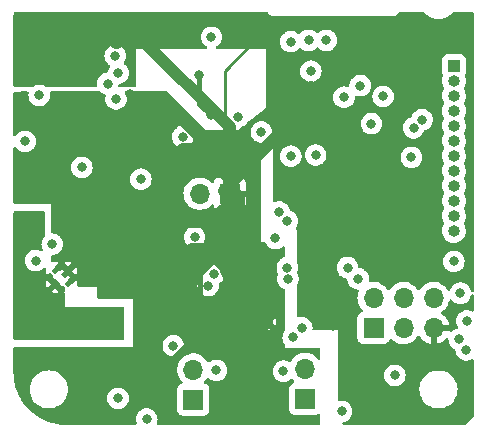
<source format=gbr>
%TF.GenerationSoftware,KiCad,Pcbnew,(6.0.0)*%
%TF.CreationDate,2022-01-21T19:42:06+01:00*%
%TF.ProjectId,DotBot,446f7442-6f74-42e6-9b69-6361645f7063,rev?*%
%TF.SameCoordinates,Original*%
%TF.FileFunction,Copper,L2,Inr*%
%TF.FilePolarity,Positive*%
%FSLAX46Y46*%
G04 Gerber Fmt 4.6, Leading zero omitted, Abs format (unit mm)*
G04 Created by KiCad (PCBNEW (6.0.0)) date 2022-01-21 19:42:06*
%MOMM*%
%LPD*%
G01*
G04 APERTURE LIST*
%TA.AperFunction,ComponentPad*%
%ADD10R,1.700000X1.700000*%
%TD*%
%TA.AperFunction,ComponentPad*%
%ADD11O,1.700000X1.700000*%
%TD*%
%TA.AperFunction,ComponentPad*%
%ADD12R,1.000000X1.000000*%
%TD*%
%TA.AperFunction,ComponentPad*%
%ADD13O,1.000000X1.000000*%
%TD*%
%TA.AperFunction,ComponentPad*%
%ADD14C,0.500000*%
%TD*%
%TA.AperFunction,ViaPad*%
%ADD15C,0.800000*%
%TD*%
%TA.AperFunction,Conductor*%
%ADD16C,1.000000*%
%TD*%
%TA.AperFunction,Conductor*%
%ADD17C,0.200000*%
%TD*%
%TA.AperFunction,Conductor*%
%ADD18C,0.300000*%
%TD*%
%TA.AperFunction,Conductor*%
%ADD19C,2.000000*%
%TD*%
%TA.AperFunction,Conductor*%
%ADD20C,1.500000*%
%TD*%
%TA.AperFunction,Conductor*%
%ADD21C,0.750000*%
%TD*%
%TA.AperFunction,Conductor*%
%ADD22C,0.400000*%
%TD*%
%TA.AperFunction,Conductor*%
%ADD23C,0.250000*%
%TD*%
%TA.AperFunction,Conductor*%
%ADD24C,0.500000*%
%TD*%
G04 APERTURE END LIST*
D10*
%TO.N,Net-(C15-Pad1)*%
%TO.C,J1*%
X90750000Y-79350000D03*
D11*
%TO.N,Net-(C15-Pad2)*%
X90750000Y-76810000D03*
%TD*%
D10*
%TO.N,Net-(C16-Pad1)*%
%TO.C,J2*%
X100200000Y-79300000D03*
D11*
%TO.N,Net-(C16-Pad2)*%
X100200000Y-76760000D03*
%TD*%
D10*
%TO.N,GND*%
%TO.C,J4*%
X93812000Y-61926000D03*
D11*
%TO.N,Net-(J4-Pad2)*%
X91272000Y-61926000D03*
%TD*%
D12*
%TO.N,P0_30*%
%TO.C,J5*%
X112800000Y-51100000D03*
D13*
%TO.N,P0_29*%
X112800000Y-52370000D03*
%TO.N,P0_20*%
X112800000Y-53640000D03*
%TO.N,P0_05*%
X112800000Y-54910000D03*
%TO.N,P0_03*%
X112800000Y-56180000D03*
%TO.N,P0_04*%
X112800000Y-57450000D03*
%TO.N,P0_17*%
X112800000Y-58720000D03*
%TO.N,P0_15*%
X112800000Y-59990000D03*
%TO.N,P0_11*%
X112800000Y-61260000D03*
%TO.N,P0_02*%
X112800000Y-62530000D03*
%TO.N,P0_28*%
X112800000Y-63800000D03*
%TO.N,P1_09*%
X112800000Y-65070000D03*
%TD*%
D10*
%TO.N,P0_31*%
%TO.C,J6*%
X106000000Y-73300000D03*
D11*
%TO.N,P0_10*%
X106000000Y-70760000D03*
%TO.N,P0_09*%
X108540000Y-73300000D03*
%TO.N,VDD*%
X108540000Y-70760000D03*
%TO.N,GND*%
X111080000Y-73300000D03*
%TO.N,+6V*%
X111080000Y-70760000D03*
%TD*%
D14*
%TO.N,GND*%
%TO.C,U3*%
X94000000Y-71250000D03*
X97000000Y-72750000D03*
X95500000Y-72750000D03*
X95500000Y-71250000D03*
X94000000Y-72750000D03*
X97000000Y-71250000D03*
%TD*%
%TO.N,GND*%
%TO.C,U8*%
X79050000Y-68450000D03*
X80150000Y-69550000D03*
X80150000Y-68450000D03*
X79050000Y-69550000D03*
%TD*%
D15*
%TO.N,GND*%
X101500000Y-53450000D03*
X100450000Y-62175000D03*
X97974979Y-54850000D03*
X100700000Y-52850000D03*
X85100000Y-67600000D03*
X87750000Y-70350000D03*
X82500000Y-57800000D03*
X92200000Y-55300000D03*
X102600000Y-73100000D03*
X87637500Y-64912500D03*
X95650000Y-79875000D03*
X85650000Y-58550000D03*
X85900000Y-66950000D03*
X87300000Y-59000000D03*
X95299986Y-79099986D03*
X96575000Y-79625000D03*
X84234315Y-49150000D03*
X89000000Y-64750000D03*
X104000000Y-75800000D03*
X89600000Y-70350000D03*
X96300000Y-48649500D03*
X81950000Y-54650000D03*
X84700000Y-58500000D03*
X81900000Y-66000000D03*
X95825000Y-77975000D03*
X92799994Y-65550006D03*
X87000000Y-77000000D03*
X82450000Y-58550000D03*
X94625000Y-79675000D03*
X77034315Y-51900000D03*
X88750000Y-70350000D03*
X91200000Y-51900000D03*
X95500000Y-59300000D03*
X79300000Y-54449500D03*
X85400000Y-53500000D03*
X81100000Y-65600000D03*
%TO.N,+3V3*%
X84134315Y-50250000D03*
X77700000Y-53600000D03*
X92276923Y-48649500D03*
X84362357Y-79250010D03*
X76500000Y-57500000D03*
X103300000Y-80350000D03*
%TO.N,+6V*%
X90850000Y-65599982D03*
X89846075Y-57101795D03*
X97700000Y-65700000D03*
%TO.N,VDD*%
X99000000Y-49050000D03*
X101100000Y-58650000D03*
X105825000Y-56000000D03*
X94525728Y-55425728D03*
%TO.N,P0_30*%
X102000000Y-48950000D03*
X84400000Y-51700000D03*
%TO.N,P0_29*%
X100500000Y-48950000D03*
X83500000Y-52600000D03*
%TO.N,P0_02*%
X98011833Y-63469958D03*
X92000000Y-69700000D03*
%TO.N,P0_05*%
X103500000Y-53750000D03*
X99925000Y-73275000D03*
X98375000Y-76950000D03*
%TO.N,P0_04*%
X99000000Y-58750000D03*
X99200000Y-74100000D03*
X92700000Y-76875000D03*
%TO.N,P0_03*%
X96500000Y-56700000D03*
%TO.N,P0_17*%
X104874537Y-52770132D03*
X107800000Y-77300000D03*
X109400000Y-56350000D03*
X86800000Y-81000000D03*
X109200000Y-58850000D03*
%TO.N,P0_15*%
X106813516Y-53675904D03*
X110100000Y-55650000D03*
%TO.N,P0_10*%
X113900000Y-72700000D03*
%TO.N,P1_09*%
X98700000Y-68175000D03*
X112800000Y-67649996D03*
X103800000Y-68174998D03*
%TO.N,P0_11*%
X98750000Y-69125000D03*
X104700000Y-69125002D03*
X113350000Y-70350000D03*
%TO.N,P0_31*%
X113850000Y-75150000D03*
%TO.N,P0_28*%
X98700000Y-64249994D03*
X92497198Y-68712107D03*
%TO.N,P0_20*%
X100700000Y-51550000D03*
X81300000Y-59700000D03*
X77400000Y-67600000D03*
X89050000Y-74800000D03*
X84200000Y-53900000D03*
%TO.N,P0_09*%
X113250000Y-74250000D03*
%TO.N,/+3.8v*%
X86300000Y-60700000D03*
X78800000Y-66200000D03*
%TD*%
D16*
%TO.N,GND*%
X84284315Y-49150000D02*
X84934315Y-48500000D01*
X84234315Y-49150000D02*
X84284315Y-49150000D01*
X98722000Y-55872000D02*
X98722000Y-55972000D01*
D17*
X100349000Y-62276000D02*
X100450000Y-62175000D01*
D16*
X98400000Y-55550000D02*
X98722000Y-55872000D01*
X101244000Y-53450000D02*
X99922000Y-54772000D01*
X99600000Y-54350000D02*
X98400000Y-55550000D01*
X100700000Y-52850000D02*
X99600000Y-53950000D01*
X99922000Y-54772000D02*
X98722000Y-55972000D01*
X99600000Y-53950000D02*
X99600000Y-54350000D01*
X101500000Y-53450000D02*
X101300000Y-53450000D01*
X101300000Y-53450000D02*
X100700000Y-52850000D01*
X101500000Y-53450000D02*
X101244000Y-53450000D01*
D18*
X93249999Y-72500001D02*
X93750001Y-72500001D01*
X93750001Y-72500001D02*
X94000000Y-72750000D01*
D19*
X97000000Y-71250000D02*
X97000000Y-70851000D01*
D20*
X94000000Y-68404998D02*
X94553998Y-68404998D01*
X94553998Y-68404998D02*
X97000000Y-70851000D01*
D19*
X95825000Y-72425000D02*
X97000000Y-71250000D01*
D16*
X94625000Y-73375000D02*
X94000000Y-72750000D01*
X96575000Y-73175000D02*
X97000000Y-72750000D01*
X96575000Y-73825000D02*
X94000000Y-71250000D01*
D19*
X95299986Y-74049986D02*
X94000000Y-72750000D01*
X95500000Y-71250000D02*
X95500000Y-69904998D01*
X94249999Y-71000001D02*
X94249999Y-68654997D01*
D16*
X93812000Y-61926000D02*
X93624000Y-61738000D01*
D19*
X94100000Y-62400000D02*
X94100000Y-66500000D01*
D20*
X93812000Y-61926000D02*
X93812000Y-63338000D01*
D18*
X100050000Y-52850000D02*
X100700000Y-52850000D01*
D21*
X93312000Y-63188000D02*
X94100000Y-62400000D01*
D22*
X96000000Y-67000000D02*
X93350000Y-64350000D01*
D16*
X93812000Y-61926000D02*
X93812000Y-60712000D01*
D23*
X93400000Y-51500000D02*
X96250500Y-48649500D01*
D18*
X85500000Y-48500000D02*
X86400000Y-47600000D01*
D21*
X85900000Y-66950000D02*
X84450000Y-65500000D01*
D24*
X83000000Y-55700000D02*
X85900000Y-55700000D01*
D21*
X94100000Y-62200000D02*
X93800000Y-61900000D01*
D16*
X98722000Y-55972000D02*
X98722000Y-56158002D01*
D18*
X97974979Y-54850000D02*
X97974979Y-55924979D01*
D19*
X95500000Y-67900000D02*
X95500000Y-71250000D01*
D21*
X85100000Y-67100000D02*
X85100000Y-67600000D01*
D17*
X100399000Y-62226000D02*
X100450000Y-62175000D01*
D16*
X95650000Y-79875000D02*
X96325000Y-79875000D01*
D23*
X96250500Y-48649500D02*
X96300000Y-48649500D01*
X93400000Y-56500000D02*
X93400000Y-51500000D01*
D21*
X90525017Y-66474983D02*
X91875017Y-66474983D01*
D19*
X95825000Y-77975000D02*
X95825000Y-72425000D01*
D16*
X89885978Y-58100499D02*
X88986477Y-59000000D01*
X89399999Y-64249999D02*
X89399999Y-64350001D01*
D24*
X89504250Y-55700000D02*
X91200499Y-57396249D01*
D16*
X93812000Y-60712000D02*
X91200499Y-58100499D01*
D22*
X87000000Y-77000000D02*
X87886002Y-77000000D01*
D16*
X98465001Y-56415001D02*
X97465001Y-57415001D01*
X96575000Y-79625000D02*
X96575000Y-73175000D01*
D18*
X84934315Y-48500000D02*
X85500000Y-48500000D01*
D16*
X88986477Y-59000000D02*
X86100000Y-59000000D01*
X96325000Y-79875000D02*
X96575000Y-79625000D01*
X89000000Y-64750000D02*
X89399999Y-64350001D01*
X94625000Y-79675000D02*
X94625000Y-73375000D01*
D21*
X89600000Y-70350000D02*
X90000000Y-69950000D01*
D22*
X91299999Y-68704987D02*
X92799994Y-67204992D01*
D24*
X84234315Y-49150000D02*
X79784315Y-49150000D01*
D16*
X94825000Y-79875000D02*
X94625000Y-79675000D01*
X88450000Y-63300000D02*
X89399999Y-64249999D01*
X92549999Y-64350001D02*
X93312000Y-63588000D01*
X93812000Y-61926000D02*
X93812000Y-56312000D01*
D24*
X79300000Y-54449500D02*
X81749500Y-54449500D01*
D19*
X95299986Y-79099986D02*
X95299986Y-74049986D01*
D20*
X93312000Y-65038000D02*
X92799994Y-65550006D01*
D24*
X85900000Y-55700000D02*
X89504250Y-55700000D01*
D16*
X93624000Y-61738000D02*
X93362000Y-61738000D01*
D18*
X97974979Y-57275021D02*
X97974979Y-54850000D01*
D16*
X88450000Y-64200000D02*
X89000000Y-64750000D01*
D20*
X92799994Y-67204992D02*
X92799994Y-65550006D01*
X93312000Y-63588000D02*
X93312000Y-65038000D01*
D21*
X84450000Y-65500000D02*
X81200000Y-65500000D01*
D22*
X93400000Y-55575000D02*
X93400000Y-56500000D01*
D19*
X94249999Y-68654997D02*
X94000000Y-68404998D01*
D24*
X79784315Y-49150000D02*
X77034315Y-51900000D01*
D16*
X96575000Y-79625000D02*
X96575000Y-73825000D01*
X87637500Y-64912500D02*
X88737498Y-64912500D01*
D22*
X87886002Y-77000000D02*
X90386002Y-74500000D01*
X91299999Y-71700001D02*
X91299999Y-68704987D01*
D16*
X88737498Y-64912500D02*
X89399999Y-64249999D01*
X89399999Y-64350001D02*
X92549999Y-64350001D01*
D21*
X81900000Y-66000000D02*
X84000000Y-66000000D01*
D24*
X85400000Y-55200000D02*
X85900000Y-55700000D01*
D22*
X93400000Y-56500000D02*
X93400000Y-61888000D01*
D24*
X91200499Y-57396249D02*
X91200499Y-58100499D01*
D16*
X97465001Y-57415001D02*
X96580002Y-58300000D01*
D21*
X91875017Y-66474983D02*
X92799994Y-65550006D01*
D24*
X85400000Y-53500000D02*
X85400000Y-55200000D01*
D21*
X94100000Y-62400000D02*
X94100000Y-62200000D01*
D16*
X93812000Y-56312000D02*
X86000000Y-48500000D01*
X86000000Y-48500000D02*
X84934315Y-48500000D01*
D21*
X81200000Y-65500000D02*
X81100000Y-65600000D01*
D18*
X97974979Y-55924979D02*
X98465001Y-56415001D01*
D16*
X88450000Y-63300000D02*
X88450000Y-64200000D01*
D21*
X87750000Y-70350000D02*
X89600000Y-70350000D01*
D19*
X94000000Y-71250000D02*
X94249999Y-71000001D01*
D24*
X81749500Y-54449500D02*
X81950000Y-54650000D01*
D20*
X94000000Y-68404998D02*
X92799994Y-67204992D01*
D21*
X84000000Y-66000000D02*
X85100000Y-67100000D01*
D22*
X91200000Y-51900000D02*
X91200000Y-54300000D01*
X90386002Y-72613998D02*
X91299999Y-71700001D01*
D21*
X93312000Y-66638000D02*
X93312000Y-63188000D01*
X90000000Y-67000000D02*
X90525017Y-66474983D01*
D16*
X85650000Y-58550000D02*
X82450000Y-58550000D01*
X93812000Y-61926000D02*
X93812000Y-61068002D01*
D22*
X93125000Y-55300000D02*
X93400000Y-55575000D01*
D16*
X98722000Y-56158002D02*
X98465001Y-56415001D01*
D22*
X92200000Y-55300000D02*
X93125000Y-55300000D01*
D18*
X93813000Y-61925000D02*
X93812000Y-61926000D01*
D24*
X81950000Y-54650000D02*
X83000000Y-55700000D01*
D16*
X93812000Y-61068002D02*
X97465001Y-57415001D01*
X95650000Y-79875000D02*
X94825000Y-79875000D01*
D22*
X93350000Y-64350000D02*
X93350000Y-63000000D01*
D18*
X97800000Y-50600000D02*
X100050000Y-52850000D01*
D21*
X90000000Y-69950000D02*
X90000000Y-67000000D01*
D16*
X86100000Y-59000000D02*
X85650000Y-58550000D01*
D22*
X91200000Y-54300000D02*
X92200000Y-55300000D01*
D16*
X91200499Y-58100499D02*
X89885978Y-58100499D01*
D18*
X97800000Y-47600000D02*
X97800000Y-50600000D01*
D19*
X94100000Y-66500000D02*
X95500000Y-67900000D01*
D22*
X93850000Y-61888000D02*
X93812000Y-61926000D01*
X90386002Y-74500000D02*
X90386002Y-72613998D01*
D18*
X86400000Y-47600000D02*
X97800000Y-47600000D01*
%TD*%
%TA.AperFunction,Conductor*%
%TO.N,GND*%
G36*
X96992713Y-46520002D02*
G01*
X97028408Y-46561521D01*
X97031511Y-46559563D01*
X97031512Y-46559565D01*
X97047274Y-46584548D01*
X97055404Y-46599614D01*
X97067633Y-46626510D01*
X97084374Y-46645939D01*
X97095479Y-46660947D01*
X97109160Y-46682631D01*
X97115888Y-46688573D01*
X97131296Y-46702181D01*
X97143340Y-46714373D01*
X97162619Y-46736747D01*
X97170147Y-46741626D01*
X97170150Y-46741629D01*
X97184139Y-46750696D01*
X97199013Y-46761986D01*
X97218228Y-46778956D01*
X97226354Y-46782771D01*
X97226355Y-46782772D01*
X97232021Y-46785432D01*
X97244966Y-46791510D01*
X97259935Y-46799824D01*
X97284727Y-46815893D01*
X97301650Y-46820954D01*
X97309290Y-46823239D01*
X97326736Y-46829901D01*
X97349948Y-46840799D01*
X97379130Y-46845343D01*
X97395849Y-46849126D01*
X97415536Y-46855014D01*
X97415539Y-46855015D01*
X97424141Y-46857587D01*
X97433116Y-46857642D01*
X97433117Y-46857642D01*
X97439810Y-46857683D01*
X97458556Y-46857797D01*
X97459328Y-46857830D01*
X97460423Y-46858000D01*
X97491298Y-46858000D01*
X97492068Y-46858002D01*
X97565716Y-46858452D01*
X97565717Y-46858452D01*
X97569652Y-46858476D01*
X97570996Y-46858092D01*
X97572341Y-46858000D01*
X107691298Y-46858000D01*
X107692069Y-46858002D01*
X107769652Y-46858476D01*
X107778281Y-46856010D01*
X107778286Y-46856009D01*
X107798048Y-46850361D01*
X107814809Y-46846783D01*
X107835152Y-46843870D01*
X107835162Y-46843867D01*
X107844045Y-46842595D01*
X107867395Y-46831979D01*
X107884907Y-46825536D01*
X107900937Y-46820954D01*
X107909565Y-46818488D01*
X107934548Y-46802726D01*
X107949614Y-46794596D01*
X107976510Y-46782367D01*
X107995939Y-46765626D01*
X108010947Y-46754521D01*
X108025039Y-46745630D01*
X108032631Y-46740840D01*
X108052182Y-46718703D01*
X108064374Y-46706659D01*
X108079949Y-46693239D01*
X108079950Y-46693237D01*
X108086747Y-46687381D01*
X108091626Y-46679853D01*
X108091629Y-46679850D01*
X108100696Y-46665861D01*
X108111986Y-46650987D01*
X108123012Y-46638502D01*
X108128956Y-46631772D01*
X108134247Y-46620504D01*
X108139884Y-46608496D01*
X108141510Y-46605034D01*
X108149824Y-46590065D01*
X108165893Y-46565273D01*
X108165894Y-46565271D01*
X108167072Y-46566034D01*
X108207583Y-46519700D01*
X108275232Y-46500000D01*
X110180676Y-46500000D01*
X110248797Y-46520002D01*
X110276487Y-46544169D01*
X110317172Y-46591805D01*
X110359102Y-46640898D01*
X110362858Y-46644106D01*
X110370915Y-46650987D01*
X110551624Y-46805328D01*
X110767498Y-46937616D01*
X110772068Y-46939509D01*
X110772072Y-46939511D01*
X110996836Y-47032611D01*
X111001409Y-47034505D01*
X111035465Y-47042681D01*
X111242784Y-47092454D01*
X111242790Y-47092455D01*
X111247597Y-47093609D01*
X111347416Y-47101465D01*
X111434345Y-47108307D01*
X111434352Y-47108307D01*
X111436801Y-47108500D01*
X111563199Y-47108500D01*
X111565648Y-47108307D01*
X111565655Y-47108307D01*
X111652584Y-47101465D01*
X111752403Y-47093609D01*
X111757210Y-47092455D01*
X111757216Y-47092454D01*
X111964535Y-47042681D01*
X111998591Y-47034505D01*
X112003164Y-47032611D01*
X112227928Y-46939511D01*
X112227932Y-46939509D01*
X112232502Y-46937616D01*
X112448376Y-46805328D01*
X112629085Y-46650987D01*
X112637142Y-46644106D01*
X112640898Y-46640898D01*
X112682828Y-46591805D01*
X112723513Y-46544169D01*
X112782964Y-46505360D01*
X112819324Y-46500000D01*
X114349551Y-46500000D01*
X114417672Y-46520002D01*
X114464165Y-46573658D01*
X114475431Y-46620504D01*
X114490104Y-46956583D01*
X114488724Y-46981461D01*
X114486814Y-46993730D01*
X114488638Y-47007678D01*
X114490936Y-47025251D01*
X114492000Y-47041589D01*
X114492000Y-70133485D01*
X114471998Y-70201606D01*
X114418342Y-70248099D01*
X114348068Y-70258203D01*
X114283488Y-70228709D01*
X114245104Y-70168983D01*
X114244033Y-70164745D01*
X114243542Y-70160072D01*
X114184527Y-69978444D01*
X114089040Y-69813056D01*
X114084264Y-69807751D01*
X113965675Y-69676045D01*
X113965674Y-69676044D01*
X113961253Y-69671134D01*
X113806752Y-69558882D01*
X113800724Y-69556198D01*
X113800722Y-69556197D01*
X113638319Y-69483891D01*
X113638318Y-69483891D01*
X113632288Y-69481206D01*
X113507367Y-69454653D01*
X113451944Y-69442872D01*
X113451939Y-69442872D01*
X113445487Y-69441500D01*
X113254513Y-69441500D01*
X113248061Y-69442872D01*
X113248056Y-69442872D01*
X113192633Y-69454653D01*
X113067712Y-69481206D01*
X113061682Y-69483891D01*
X113061681Y-69483891D01*
X112899278Y-69556197D01*
X112899276Y-69556198D01*
X112893248Y-69558882D01*
X112738747Y-69671134D01*
X112734326Y-69676044D01*
X112734325Y-69676045D01*
X112615737Y-69807751D01*
X112610960Y-69813056D01*
X112515473Y-69978444D01*
X112491084Y-70053504D01*
X112489297Y-70059005D01*
X112449223Y-70117610D01*
X112383826Y-70145247D01*
X112313870Y-70133140D01*
X112263672Y-70088508D01*
X112262490Y-70086680D01*
X112200663Y-69991111D01*
X112162822Y-69932617D01*
X112162820Y-69932614D01*
X112160014Y-69928277D01*
X112009670Y-69763051D01*
X112005619Y-69759852D01*
X112005615Y-69759848D01*
X111838414Y-69627800D01*
X111838410Y-69627798D01*
X111834359Y-69624598D01*
X111638789Y-69516638D01*
X111633920Y-69514914D01*
X111633916Y-69514912D01*
X111433087Y-69443795D01*
X111433083Y-69443794D01*
X111428212Y-69442069D01*
X111423119Y-69441162D01*
X111423116Y-69441161D01*
X111213373Y-69403800D01*
X111213367Y-69403799D01*
X111208284Y-69402894D01*
X111134452Y-69401992D01*
X110990081Y-69400228D01*
X110990079Y-69400228D01*
X110984911Y-69400165D01*
X110764091Y-69433955D01*
X110551756Y-69503357D01*
X110521443Y-69519137D01*
X110413711Y-69575219D01*
X110353607Y-69606507D01*
X110349474Y-69609610D01*
X110349471Y-69609612D01*
X110184288Y-69733635D01*
X110174965Y-69740635D01*
X110020629Y-69902138D01*
X109913201Y-70059621D01*
X109858293Y-70104621D01*
X109787768Y-70112792D01*
X109724021Y-70081538D01*
X109703324Y-70057054D01*
X109622822Y-69932617D01*
X109622820Y-69932614D01*
X109620014Y-69928277D01*
X109469670Y-69763051D01*
X109465619Y-69759852D01*
X109465615Y-69759848D01*
X109298414Y-69627800D01*
X109298410Y-69627798D01*
X109294359Y-69624598D01*
X109098789Y-69516638D01*
X109093920Y-69514914D01*
X109093916Y-69514912D01*
X108893087Y-69443795D01*
X108893083Y-69443794D01*
X108888212Y-69442069D01*
X108883119Y-69441162D01*
X108883116Y-69441161D01*
X108673373Y-69403800D01*
X108673367Y-69403799D01*
X108668284Y-69402894D01*
X108594452Y-69401992D01*
X108450081Y-69400228D01*
X108450079Y-69400228D01*
X108444911Y-69400165D01*
X108224091Y-69433955D01*
X108011756Y-69503357D01*
X107981443Y-69519137D01*
X107873711Y-69575219D01*
X107813607Y-69606507D01*
X107809474Y-69609610D01*
X107809471Y-69609612D01*
X107644288Y-69733635D01*
X107634965Y-69740635D01*
X107480629Y-69902138D01*
X107373201Y-70059621D01*
X107318293Y-70104621D01*
X107247768Y-70112792D01*
X107184021Y-70081538D01*
X107163324Y-70057054D01*
X107082822Y-69932617D01*
X107082820Y-69932614D01*
X107080014Y-69928277D01*
X106929670Y-69763051D01*
X106925619Y-69759852D01*
X106925615Y-69759848D01*
X106758414Y-69627800D01*
X106758410Y-69627798D01*
X106754359Y-69624598D01*
X106558789Y-69516638D01*
X106553920Y-69514914D01*
X106553916Y-69514912D01*
X106353087Y-69443795D01*
X106353083Y-69443794D01*
X106348212Y-69442069D01*
X106343119Y-69441162D01*
X106343116Y-69441161D01*
X106133373Y-69403800D01*
X106133367Y-69403799D01*
X106128284Y-69402894D01*
X106054452Y-69401992D01*
X105910081Y-69400228D01*
X105910079Y-69400228D01*
X105904911Y-69400165D01*
X105788360Y-69418000D01*
X105740788Y-69425279D01*
X105670425Y-69415811D01*
X105616351Y-69369805D01*
X105595734Y-69301868D01*
X105596419Y-69287559D01*
X105612814Y-69131567D01*
X105612814Y-69131565D01*
X105613504Y-69125002D01*
X105603103Y-69026045D01*
X105594232Y-68941637D01*
X105594232Y-68941635D01*
X105593542Y-68935074D01*
X105534527Y-68753446D01*
X105439040Y-68588058D01*
X105406825Y-68552279D01*
X105315675Y-68451047D01*
X105315674Y-68451046D01*
X105311253Y-68446136D01*
X105199480Y-68364928D01*
X105162094Y-68337765D01*
X105162093Y-68337764D01*
X105156752Y-68333884D01*
X105150724Y-68331200D01*
X105150722Y-68331199D01*
X104988319Y-68258893D01*
X104988318Y-68258893D01*
X104982288Y-68256208D01*
X104975836Y-68254836D01*
X104975831Y-68254835D01*
X104805637Y-68218659D01*
X104743163Y-68184930D01*
X104708842Y-68122781D01*
X104706524Y-68108583D01*
X104694232Y-67991633D01*
X104694232Y-67991631D01*
X104693542Y-67985070D01*
X104634527Y-67803442D01*
X104545935Y-67649996D01*
X111886496Y-67649996D01*
X111887186Y-67656561D01*
X111902624Y-67803442D01*
X111906458Y-67839924D01*
X111965473Y-68021552D01*
X111968776Y-68027274D01*
X111968777Y-68027275D01*
X111975057Y-68038152D01*
X112060960Y-68186940D01*
X112065378Y-68191847D01*
X112065379Y-68191848D01*
X112139312Y-68273959D01*
X112188747Y-68328862D01*
X112343248Y-68441114D01*
X112349276Y-68443798D01*
X112349278Y-68443799D01*
X112494600Y-68508500D01*
X112517712Y-68518790D01*
X112611113Y-68538643D01*
X112698056Y-68557124D01*
X112698061Y-68557124D01*
X112704513Y-68558496D01*
X112895487Y-68558496D01*
X112901939Y-68557124D01*
X112901944Y-68557124D01*
X112988887Y-68538643D01*
X113082288Y-68518790D01*
X113105400Y-68508500D01*
X113250722Y-68443799D01*
X113250724Y-68443798D01*
X113256752Y-68441114D01*
X113411253Y-68328862D01*
X113460688Y-68273959D01*
X113534621Y-68191848D01*
X113534622Y-68191847D01*
X113539040Y-68186940D01*
X113624943Y-68038152D01*
X113631223Y-68027275D01*
X113631224Y-68027274D01*
X113634527Y-68021552D01*
X113693542Y-67839924D01*
X113697377Y-67803442D01*
X113712814Y-67656561D01*
X113713504Y-67649996D01*
X113697333Y-67496134D01*
X113694232Y-67466631D01*
X113694232Y-67466629D01*
X113693542Y-67460068D01*
X113634527Y-67278440D01*
X113628425Y-67267870D01*
X113569828Y-67166379D01*
X113539040Y-67113052D01*
X113496773Y-67066109D01*
X113415675Y-66976041D01*
X113415674Y-66976040D01*
X113411253Y-66971130D01*
X113295516Y-66887042D01*
X113262094Y-66862759D01*
X113262093Y-66862758D01*
X113256752Y-66858878D01*
X113250724Y-66856194D01*
X113250722Y-66856193D01*
X113088319Y-66783887D01*
X113088318Y-66783887D01*
X113082288Y-66781202D01*
X112965614Y-66756402D01*
X112901944Y-66742868D01*
X112901939Y-66742868D01*
X112895487Y-66741496D01*
X112704513Y-66741496D01*
X112698061Y-66742868D01*
X112698056Y-66742868D01*
X112634386Y-66756402D01*
X112517712Y-66781202D01*
X112511682Y-66783887D01*
X112511681Y-66783887D01*
X112349278Y-66856193D01*
X112349276Y-66856194D01*
X112343248Y-66858878D01*
X112337907Y-66862758D01*
X112337906Y-66862759D01*
X112304484Y-66887042D01*
X112188747Y-66971130D01*
X112184326Y-66976040D01*
X112184325Y-66976041D01*
X112103228Y-67066109D01*
X112060960Y-67113052D01*
X112030172Y-67166379D01*
X111971576Y-67267870D01*
X111965473Y-67278440D01*
X111906458Y-67460068D01*
X111905768Y-67466629D01*
X111905768Y-67466631D01*
X111902667Y-67496134D01*
X111886496Y-67649996D01*
X104545935Y-67649996D01*
X104539040Y-67638054D01*
X104518832Y-67615610D01*
X104415675Y-67501043D01*
X104415674Y-67501042D01*
X104411253Y-67496132D01*
X104284161Y-67403794D01*
X104262094Y-67387761D01*
X104262093Y-67387760D01*
X104256752Y-67383880D01*
X104250724Y-67381196D01*
X104250722Y-67381195D01*
X104088319Y-67308889D01*
X104088318Y-67308889D01*
X104082288Y-67306204D01*
X103981238Y-67284725D01*
X103901944Y-67267870D01*
X103901939Y-67267870D01*
X103895487Y-67266498D01*
X103704513Y-67266498D01*
X103698061Y-67267870D01*
X103698056Y-67267870D01*
X103618762Y-67284725D01*
X103517712Y-67306204D01*
X103511682Y-67308889D01*
X103511681Y-67308889D01*
X103349278Y-67381195D01*
X103349276Y-67381196D01*
X103343248Y-67383880D01*
X103337907Y-67387760D01*
X103337906Y-67387761D01*
X103315839Y-67403794D01*
X103188747Y-67496132D01*
X103184326Y-67501042D01*
X103184325Y-67501043D01*
X103081169Y-67615610D01*
X103060960Y-67638054D01*
X102965473Y-67803442D01*
X102906458Y-67985070D01*
X102905768Y-67991631D01*
X102905768Y-67991633D01*
X102896047Y-68084129D01*
X102886496Y-68174998D01*
X102887186Y-68181563D01*
X102904557Y-68346836D01*
X102906458Y-68364926D01*
X102965473Y-68546554D01*
X102968776Y-68552276D01*
X102968777Y-68552277D01*
X102972368Y-68558496D01*
X103060960Y-68711942D01*
X103065378Y-68716849D01*
X103065379Y-68716850D01*
X103115512Y-68772528D01*
X103188747Y-68853864D01*
X103266534Y-68910380D01*
X103300523Y-68935074D01*
X103343248Y-68966116D01*
X103349276Y-68968800D01*
X103349278Y-68968801D01*
X103466821Y-69021134D01*
X103517712Y-69043792D01*
X103524164Y-69045164D01*
X103524169Y-69045165D01*
X103694363Y-69081341D01*
X103756837Y-69115070D01*
X103791158Y-69177219D01*
X103793476Y-69191417D01*
X103805085Y-69301868D01*
X103806458Y-69314930D01*
X103865473Y-69496558D01*
X103960960Y-69661946D01*
X103965378Y-69666853D01*
X103965379Y-69666854D01*
X104048227Y-69758866D01*
X104088747Y-69803868D01*
X104170266Y-69863095D01*
X104237904Y-69912237D01*
X104243248Y-69916120D01*
X104249276Y-69918804D01*
X104249278Y-69918805D01*
X104397340Y-69984726D01*
X104417712Y-69993796D01*
X104511112Y-70013649D01*
X104598056Y-70032130D01*
X104598061Y-70032130D01*
X104604513Y-70033502D01*
X104642027Y-70033502D01*
X104710148Y-70053504D01*
X104756641Y-70107160D01*
X104766745Y-70177434D01*
X104756315Y-70212552D01*
X104747647Y-70231226D01*
X104720688Y-70289305D01*
X104660989Y-70504570D01*
X104660440Y-70509707D01*
X104654126Y-70568794D01*
X104637251Y-70726695D01*
X104637548Y-70731848D01*
X104637548Y-70731851D01*
X104648555Y-70922747D01*
X104650110Y-70949715D01*
X104651247Y-70954761D01*
X104651248Y-70954767D01*
X104658299Y-70986052D01*
X104699222Y-71167639D01*
X104783266Y-71374616D01*
X104827183Y-71446283D01*
X104897291Y-71560688D01*
X104899987Y-71565088D01*
X105046250Y-71733938D01*
X105050230Y-71737242D01*
X105054981Y-71741187D01*
X105094616Y-71800090D01*
X105096113Y-71871071D01*
X105058997Y-71931593D01*
X105018725Y-71956112D01*
X104977913Y-71971412D01*
X104903295Y-71999385D01*
X104786739Y-72086739D01*
X104699385Y-72203295D01*
X104648255Y-72339684D01*
X104641500Y-72401866D01*
X104641500Y-74198134D01*
X104648255Y-74260316D01*
X104699385Y-74396705D01*
X104786739Y-74513261D01*
X104903295Y-74600615D01*
X105039684Y-74651745D01*
X105101866Y-74658500D01*
X106898134Y-74658500D01*
X106960316Y-74651745D01*
X107096705Y-74600615D01*
X107213261Y-74513261D01*
X107300615Y-74396705D01*
X107309460Y-74373112D01*
X107344598Y-74279382D01*
X107387240Y-74222618D01*
X107453802Y-74197918D01*
X107523150Y-74213126D01*
X107557817Y-74241114D01*
X107586250Y-74273938D01*
X107758126Y-74416632D01*
X107951000Y-74529338D01*
X108159692Y-74609030D01*
X108164760Y-74610061D01*
X108164763Y-74610062D01*
X108249388Y-74627279D01*
X108378597Y-74653567D01*
X108383772Y-74653757D01*
X108383774Y-74653757D01*
X108596673Y-74661564D01*
X108596677Y-74661564D01*
X108601837Y-74661753D01*
X108606957Y-74661097D01*
X108606959Y-74661097D01*
X108818288Y-74634025D01*
X108818289Y-74634025D01*
X108823416Y-74633368D01*
X108828366Y-74631883D01*
X109032429Y-74570661D01*
X109032434Y-74570659D01*
X109037384Y-74569174D01*
X109237994Y-74470896D01*
X109419860Y-74341173D01*
X109464985Y-74296206D01*
X109563616Y-74197918D01*
X109578096Y-74183489D01*
X109584915Y-74174000D01*
X109708453Y-74002077D01*
X109709640Y-74002930D01*
X109756960Y-73959362D01*
X109826897Y-73947145D01*
X109892338Y-73974678D01*
X109920166Y-74006511D01*
X109977694Y-74100388D01*
X109983777Y-74108699D01*
X110123213Y-74269667D01*
X110130580Y-74276883D01*
X110294434Y-74412916D01*
X110302881Y-74418831D01*
X110486756Y-74526279D01*
X110496042Y-74530729D01*
X110695001Y-74606703D01*
X110704899Y-74609579D01*
X110808250Y-74630606D01*
X110822299Y-74629410D01*
X110826000Y-74619065D01*
X110826000Y-73172000D01*
X110846002Y-73103879D01*
X110899658Y-73057386D01*
X110952000Y-73046000D01*
X112398344Y-73046000D01*
X112411875Y-73042027D01*
X112413180Y-73032947D01*
X112371214Y-72865875D01*
X112367894Y-72856124D01*
X112282972Y-72660814D01*
X112278105Y-72651739D01*
X112162426Y-72472926D01*
X112156136Y-72464757D01*
X112012806Y-72307240D01*
X112005273Y-72300215D01*
X111838139Y-72168222D01*
X111829556Y-72162520D01*
X111792602Y-72142120D01*
X111742631Y-72091687D01*
X111727859Y-72022245D01*
X111752975Y-71955839D01*
X111780327Y-71929232D01*
X111835764Y-71889689D01*
X111959860Y-71801173D01*
X111986050Y-71775075D01*
X112114435Y-71647137D01*
X112118096Y-71643489D01*
X112137587Y-71616365D01*
X112245435Y-71466277D01*
X112248453Y-71462077D01*
X112269320Y-71419857D01*
X112345136Y-71266453D01*
X112345137Y-71266451D01*
X112347430Y-71261811D01*
X112412370Y-71048069D01*
X112420535Y-70986052D01*
X112449258Y-70921125D01*
X112508523Y-70882034D01*
X112579515Y-70881189D01*
X112639093Y-70918189D01*
X112738747Y-71028866D01*
X112893248Y-71141118D01*
X112899276Y-71143802D01*
X112899278Y-71143803D01*
X113061681Y-71216109D01*
X113067712Y-71218794D01*
X113161112Y-71238647D01*
X113248056Y-71257128D01*
X113248061Y-71257128D01*
X113254513Y-71258500D01*
X113445487Y-71258500D01*
X113451939Y-71257128D01*
X113451944Y-71257128D01*
X113538888Y-71238647D01*
X113632288Y-71218794D01*
X113638319Y-71216109D01*
X113800722Y-71143803D01*
X113800724Y-71143802D01*
X113806752Y-71141118D01*
X113961253Y-71028866D01*
X114089040Y-70886944D01*
X114184527Y-70721556D01*
X114243542Y-70539928D01*
X114243682Y-70538599D01*
X114276482Y-70477844D01*
X114338632Y-70443523D01*
X114409471Y-70448252D01*
X114466508Y-70490528D01*
X114491635Y-70556929D01*
X114492000Y-70566515D01*
X114492000Y-71775075D01*
X114471998Y-71843196D01*
X114418342Y-71889689D01*
X114348068Y-71899793D01*
X114314751Y-71890182D01*
X114188319Y-71833891D01*
X114188318Y-71833891D01*
X114182288Y-71831206D01*
X114088887Y-71811353D01*
X114001944Y-71792872D01*
X114001939Y-71792872D01*
X113995487Y-71791500D01*
X113804513Y-71791500D01*
X113798061Y-71792872D01*
X113798056Y-71792872D01*
X113711113Y-71811353D01*
X113617712Y-71831206D01*
X113611682Y-71833891D01*
X113611681Y-71833891D01*
X113449278Y-71906197D01*
X113449276Y-71906198D01*
X113443248Y-71908882D01*
X113437907Y-71912762D01*
X113437906Y-71912763D01*
X113415683Y-71928909D01*
X113288747Y-72021134D01*
X113284326Y-72026044D01*
X113284325Y-72026045D01*
X113180102Y-72141797D01*
X113160960Y-72163056D01*
X113065473Y-72328444D01*
X113006458Y-72510072D01*
X113005768Y-72516633D01*
X113005768Y-72516635D01*
X112996896Y-72601045D01*
X112986496Y-72700000D01*
X112987186Y-72706565D01*
X112991440Y-72747035D01*
X113006458Y-72889928D01*
X113065473Y-73071556D01*
X113068776Y-73077278D01*
X113068777Y-73077279D01*
X113127310Y-73178661D01*
X113144048Y-73247656D01*
X113120828Y-73314748D01*
X113065020Y-73358635D01*
X113044389Y-73364908D01*
X112967712Y-73381206D01*
X112961682Y-73383891D01*
X112961681Y-73383891D01*
X112799278Y-73456197D01*
X112799276Y-73456198D01*
X112793248Y-73458882D01*
X112638747Y-73571134D01*
X112624358Y-73587114D01*
X112563916Y-73624352D01*
X112492933Y-73623002D01*
X112433947Y-73583489D01*
X112432124Y-73579460D01*
X112413259Y-73558205D01*
X112398617Y-73554000D01*
X111352115Y-73554000D01*
X111336876Y-73558475D01*
X111335671Y-73559865D01*
X111334000Y-73567548D01*
X111334000Y-74618517D01*
X111338064Y-74632359D01*
X111351478Y-74634393D01*
X111358184Y-74633534D01*
X111368262Y-74631392D01*
X111572255Y-74570191D01*
X111581842Y-74566433D01*
X111773095Y-74472739D01*
X111781945Y-74467464D01*
X111955328Y-74343792D01*
X111963200Y-74337139D01*
X112114044Y-74186819D01*
X112115593Y-74184999D01*
X112116404Y-74184468D01*
X112117713Y-74183163D01*
X112117982Y-74183433D01*
X112174974Y-74146082D01*
X112245967Y-74145447D01*
X112306035Y-74183295D01*
X112336862Y-74253485D01*
X112354241Y-74418831D01*
X112356458Y-74439928D01*
X112415473Y-74621556D01*
X112418776Y-74627278D01*
X112418777Y-74627279D01*
X112434064Y-74653757D01*
X112510960Y-74786944D01*
X112515378Y-74791851D01*
X112515379Y-74791852D01*
X112528627Y-74806565D01*
X112638747Y-74928866D01*
X112793248Y-75041118D01*
X112865066Y-75073093D01*
X112919162Y-75119073D01*
X112939127Y-75175029D01*
X112956458Y-75339928D01*
X113015473Y-75521556D01*
X113018776Y-75527278D01*
X113018777Y-75527279D01*
X113033833Y-75553357D01*
X113110960Y-75686944D01*
X113115378Y-75691851D01*
X113115379Y-75691852D01*
X113201528Y-75787530D01*
X113238747Y-75828866D01*
X113393248Y-75941118D01*
X113399276Y-75943802D01*
X113399278Y-75943803D01*
X113545469Y-76008891D01*
X113567712Y-76018794D01*
X113661112Y-76038647D01*
X113748056Y-76057128D01*
X113748061Y-76057128D01*
X113754513Y-76058500D01*
X113945487Y-76058500D01*
X113951939Y-76057128D01*
X113951944Y-76057128D01*
X114038888Y-76038647D01*
X114132288Y-76018794D01*
X114160562Y-76006206D01*
X114272403Y-75956411D01*
X114306752Y-75941118D01*
X114306936Y-75941532D01*
X114371998Y-75925750D01*
X114439089Y-75948972D01*
X114482975Y-76004780D01*
X114492000Y-76051607D01*
X114492000Y-80737388D01*
X114471998Y-80805509D01*
X114455096Y-80826483D01*
X113826485Y-81455095D01*
X113764172Y-81489120D01*
X113737389Y-81492000D01*
X103495767Y-81492000D01*
X103427646Y-81471998D01*
X103381153Y-81418342D01*
X103371049Y-81348068D01*
X103400543Y-81283488D01*
X103460269Y-81245104D01*
X103469570Y-81242753D01*
X103582288Y-81218794D01*
X103588319Y-81216109D01*
X103750722Y-81143803D01*
X103750724Y-81143802D01*
X103756752Y-81141118D01*
X103772614Y-81129594D01*
X103871156Y-81057998D01*
X103911253Y-81028866D01*
X103943155Y-80993435D01*
X104034621Y-80891852D01*
X104034622Y-80891851D01*
X104039040Y-80886944D01*
X104097314Y-80786010D01*
X104131223Y-80727279D01*
X104131224Y-80727278D01*
X104134527Y-80721556D01*
X104193542Y-80539928D01*
X104197100Y-80506081D01*
X104212814Y-80356565D01*
X104213504Y-80350000D01*
X104202798Y-80248134D01*
X104194232Y-80166635D01*
X104194232Y-80166633D01*
X104193542Y-80160072D01*
X104134527Y-79978444D01*
X104103074Y-79923965D01*
X104042341Y-79818774D01*
X104039040Y-79813056D01*
X104029191Y-79802117D01*
X103915675Y-79676045D01*
X103915674Y-79676044D01*
X103911253Y-79671134D01*
X103756752Y-79558882D01*
X103750724Y-79556198D01*
X103750722Y-79556197D01*
X103588319Y-79483891D01*
X103588318Y-79483891D01*
X103582288Y-79481206D01*
X103488888Y-79461353D01*
X103401944Y-79442872D01*
X103401939Y-79442872D01*
X103395487Y-79441500D01*
X103204513Y-79441500D01*
X103198061Y-79442872D01*
X103198056Y-79442872D01*
X103152197Y-79452620D01*
X103081406Y-79447218D01*
X103024773Y-79404401D01*
X103000280Y-79337763D01*
X103000000Y-79329373D01*
X103000000Y-78500000D01*
X109886526Y-78500000D01*
X109906391Y-78752403D01*
X109965495Y-78998591D01*
X110062384Y-79232502D01*
X110194672Y-79448376D01*
X110359102Y-79640898D01*
X110551624Y-79805328D01*
X110767498Y-79937616D01*
X110772068Y-79939509D01*
X110772072Y-79939511D01*
X110954720Y-80015166D01*
X111001409Y-80034505D01*
X111086032Y-80054821D01*
X111242784Y-80092454D01*
X111242790Y-80092455D01*
X111247597Y-80093609D01*
X111347416Y-80101465D01*
X111434345Y-80108307D01*
X111434352Y-80108307D01*
X111436801Y-80108500D01*
X111563199Y-80108500D01*
X111565648Y-80108307D01*
X111565655Y-80108307D01*
X111652584Y-80101465D01*
X111752403Y-80093609D01*
X111757210Y-80092455D01*
X111757216Y-80092454D01*
X111913968Y-80054821D01*
X111998591Y-80034505D01*
X112045280Y-80015166D01*
X112227928Y-79939511D01*
X112227932Y-79939509D01*
X112232502Y-79937616D01*
X112448376Y-79805328D01*
X112640898Y-79640898D01*
X112805328Y-79448376D01*
X112937616Y-79232502D01*
X113034505Y-78998591D01*
X113093609Y-78752403D01*
X113113474Y-78500000D01*
X113093609Y-78247597D01*
X113083894Y-78207128D01*
X113040066Y-78024574D01*
X113034505Y-78001409D01*
X113026008Y-77980896D01*
X112939511Y-77772072D01*
X112939509Y-77772068D01*
X112937616Y-77767498D01*
X112805328Y-77551624D01*
X112640898Y-77359102D01*
X112448376Y-77194672D01*
X112232502Y-77062384D01*
X112227932Y-77060491D01*
X112227928Y-77060489D01*
X112003164Y-76967389D01*
X112003162Y-76967388D01*
X111998591Y-76965495D01*
X111906704Y-76943435D01*
X111757216Y-76907546D01*
X111757210Y-76907545D01*
X111752403Y-76906391D01*
X111652584Y-76898535D01*
X111565655Y-76891693D01*
X111565648Y-76891693D01*
X111563199Y-76891500D01*
X111436801Y-76891500D01*
X111434352Y-76891693D01*
X111434345Y-76891693D01*
X111347416Y-76898535D01*
X111247597Y-76906391D01*
X111242790Y-76907545D01*
X111242784Y-76907546D01*
X111093296Y-76943435D01*
X111001409Y-76965495D01*
X110996838Y-76967388D01*
X110996836Y-76967389D01*
X110772072Y-77060489D01*
X110772068Y-77060491D01*
X110767498Y-77062384D01*
X110551624Y-77194672D01*
X110359102Y-77359102D01*
X110194672Y-77551624D01*
X110062384Y-77767498D01*
X110060491Y-77772068D01*
X110060489Y-77772072D01*
X109973992Y-77980896D01*
X109965495Y-78001409D01*
X109959934Y-78024574D01*
X109916107Y-78207128D01*
X109906391Y-78247597D01*
X109886526Y-78500000D01*
X103000000Y-78500000D01*
X103000000Y-77300000D01*
X106886496Y-77300000D01*
X106887186Y-77306565D01*
X106899594Y-77424616D01*
X106906458Y-77489928D01*
X106965473Y-77671556D01*
X107060960Y-77836944D01*
X107065378Y-77841851D01*
X107065379Y-77841852D01*
X107184325Y-77973955D01*
X107188747Y-77978866D01*
X107281469Y-78046233D01*
X107329815Y-78081358D01*
X107343248Y-78091118D01*
X107349276Y-78093802D01*
X107349278Y-78093803D01*
X107511681Y-78166109D01*
X107517712Y-78168794D01*
X107611113Y-78188647D01*
X107698056Y-78207128D01*
X107698061Y-78207128D01*
X107704513Y-78208500D01*
X107895487Y-78208500D01*
X107901939Y-78207128D01*
X107901944Y-78207128D01*
X107988887Y-78188647D01*
X108082288Y-78168794D01*
X108088319Y-78166109D01*
X108250722Y-78093803D01*
X108250724Y-78093802D01*
X108256752Y-78091118D01*
X108270186Y-78081358D01*
X108318531Y-78046233D01*
X108411253Y-77978866D01*
X108415675Y-77973955D01*
X108534621Y-77841852D01*
X108534622Y-77841851D01*
X108539040Y-77836944D01*
X108634527Y-77671556D01*
X108693542Y-77489928D01*
X108700407Y-77424616D01*
X108712814Y-77306565D01*
X108713504Y-77300000D01*
X108693542Y-77110072D01*
X108634527Y-76928444D01*
X108539040Y-76763056D01*
X108530701Y-76753794D01*
X108415675Y-76626045D01*
X108415674Y-76626044D01*
X108411253Y-76621134D01*
X108256752Y-76508882D01*
X108250724Y-76506198D01*
X108250722Y-76506197D01*
X108088319Y-76433891D01*
X108088318Y-76433891D01*
X108082288Y-76431206D01*
X107988888Y-76411353D01*
X107901944Y-76392872D01*
X107901939Y-76392872D01*
X107895487Y-76391500D01*
X107704513Y-76391500D01*
X107698061Y-76392872D01*
X107698056Y-76392872D01*
X107611112Y-76411353D01*
X107517712Y-76431206D01*
X107511682Y-76433891D01*
X107511681Y-76433891D01*
X107349278Y-76506197D01*
X107349276Y-76506198D01*
X107343248Y-76508882D01*
X107188747Y-76621134D01*
X107184326Y-76626044D01*
X107184325Y-76626045D01*
X107069300Y-76753794D01*
X107060960Y-76763056D01*
X106965473Y-76928444D01*
X106906458Y-77110072D01*
X106886496Y-77300000D01*
X103000000Y-77300000D01*
X103000000Y-73500000D01*
X100954793Y-73500000D01*
X100886672Y-73479998D01*
X100840179Y-73426342D01*
X100829483Y-73360830D01*
X100837814Y-73281565D01*
X100838504Y-73275000D01*
X100834504Y-73236944D01*
X100819232Y-73091635D01*
X100819232Y-73091633D01*
X100818542Y-73085072D01*
X100759527Y-72903444D01*
X100737837Y-72865875D01*
X100673223Y-72753962D01*
X100664040Y-72738056D01*
X100635686Y-72706565D01*
X100540675Y-72601045D01*
X100540674Y-72601044D01*
X100536253Y-72596134D01*
X100437157Y-72524136D01*
X100387094Y-72487763D01*
X100387093Y-72487762D01*
X100381752Y-72483882D01*
X100375724Y-72481198D01*
X100375722Y-72481197D01*
X100213319Y-72408891D01*
X100213318Y-72408891D01*
X100207288Y-72406206D01*
X100113887Y-72386353D01*
X100026944Y-72367872D01*
X100026939Y-72367872D01*
X100020487Y-72366500D01*
X99829513Y-72366500D01*
X99823061Y-72367872D01*
X99823056Y-72367872D01*
X99683822Y-72397468D01*
X99652197Y-72404190D01*
X99581406Y-72398788D01*
X99524774Y-72355971D01*
X99500280Y-72289334D01*
X99500000Y-72280943D01*
X99500000Y-69676722D01*
X99516881Y-69613722D01*
X99581223Y-69502279D01*
X99581224Y-69502278D01*
X99584527Y-69496556D01*
X99643542Y-69314928D01*
X99653117Y-69223832D01*
X99662814Y-69131565D01*
X99663504Y-69125000D01*
X99652115Y-69016643D01*
X99644232Y-68941635D01*
X99644232Y-68941633D01*
X99643542Y-68935072D01*
X99584527Y-68753444D01*
X99535962Y-68669327D01*
X99519225Y-68600336D01*
X99529976Y-68555080D01*
X99531224Y-68552276D01*
X99534527Y-68546556D01*
X99544488Y-68515901D01*
X99591502Y-68371206D01*
X99593542Y-68364928D01*
X99613504Y-68175000D01*
X99593542Y-67985072D01*
X99534527Y-67803444D01*
X99530348Y-67796206D01*
X99516881Y-67772880D01*
X99500000Y-67709880D01*
X99500000Y-65055851D01*
X111786719Y-65055851D01*
X111787613Y-65066495D01*
X111800730Y-65222703D01*
X111803268Y-65252934D01*
X111804967Y-65258858D01*
X111848322Y-65410054D01*
X111857783Y-65443050D01*
X111860602Y-65448535D01*
X111941810Y-65606547D01*
X111948187Y-65618956D01*
X112071035Y-65773953D01*
X112221650Y-65902136D01*
X112394294Y-65998624D01*
X112582392Y-66059740D01*
X112778777Y-66083158D01*
X112784912Y-66082686D01*
X112784914Y-66082686D01*
X112969830Y-66068457D01*
X112969834Y-66068456D01*
X112975972Y-66067984D01*
X113166463Y-66014798D01*
X113171967Y-66012018D01*
X113171969Y-66012017D01*
X113337495Y-65928404D01*
X113337497Y-65928403D01*
X113342996Y-65925625D01*
X113498847Y-65803861D01*
X113615451Y-65668774D01*
X113624049Y-65658813D01*
X113624050Y-65658811D01*
X113628078Y-65654145D01*
X113725769Y-65482179D01*
X113788197Y-65294513D01*
X113812985Y-65098295D01*
X113813380Y-65070000D01*
X113794080Y-64873167D01*
X113775838Y-64812745D01*
X113767983Y-64786731D01*
X113736916Y-64683831D01*
X113644066Y-64509204D01*
X113640167Y-64504424D01*
X113639715Y-64503743D01*
X113618676Y-64435935D01*
X113635105Y-64371775D01*
X113722723Y-64217542D01*
X113722725Y-64217537D01*
X113725769Y-64212179D01*
X113788197Y-64024513D01*
X113812985Y-63828295D01*
X113813380Y-63800000D01*
X113794080Y-63603167D01*
X113783235Y-63567245D01*
X113754979Y-63473658D01*
X113736916Y-63413831D01*
X113644066Y-63239204D01*
X113640167Y-63234424D01*
X113639715Y-63233743D01*
X113618676Y-63165935D01*
X113635105Y-63101775D01*
X113722723Y-62947542D01*
X113722725Y-62947537D01*
X113725769Y-62942179D01*
X113788197Y-62754513D01*
X113812985Y-62558295D01*
X113813380Y-62530000D01*
X113794080Y-62333167D01*
X113736916Y-62143831D01*
X113644066Y-61969204D01*
X113640167Y-61964424D01*
X113639715Y-61963743D01*
X113618676Y-61895935D01*
X113635105Y-61831775D01*
X113722723Y-61677542D01*
X113722725Y-61677537D01*
X113725769Y-61672179D01*
X113788197Y-61484513D01*
X113812985Y-61288295D01*
X113813380Y-61260000D01*
X113794080Y-61063167D01*
X113736916Y-60873831D01*
X113644066Y-60699204D01*
X113640167Y-60694424D01*
X113639715Y-60693743D01*
X113618676Y-60625935D01*
X113635105Y-60561775D01*
X113722723Y-60407542D01*
X113722725Y-60407537D01*
X113725769Y-60402179D01*
X113788197Y-60214513D01*
X113812985Y-60018295D01*
X113813380Y-59990000D01*
X113794080Y-59793167D01*
X113783614Y-59758500D01*
X113763969Y-59693435D01*
X113736916Y-59603831D01*
X113644066Y-59429204D01*
X113640167Y-59424424D01*
X113639715Y-59423743D01*
X113618676Y-59355935D01*
X113635105Y-59291775D01*
X113637850Y-59286944D01*
X113671744Y-59227279D01*
X113722723Y-59137542D01*
X113722725Y-59137537D01*
X113725769Y-59132179D01*
X113788197Y-58944513D01*
X113812985Y-58748295D01*
X113813380Y-58720000D01*
X113794080Y-58523167D01*
X113787086Y-58500000D01*
X113750385Y-58378444D01*
X113736916Y-58333831D01*
X113644066Y-58159204D01*
X113640167Y-58154424D01*
X113639715Y-58153743D01*
X113618676Y-58085935D01*
X113635105Y-58021775D01*
X113722723Y-57867542D01*
X113722725Y-57867537D01*
X113725769Y-57862179D01*
X113788197Y-57674513D01*
X113812985Y-57478295D01*
X113813380Y-57450000D01*
X113794080Y-57253167D01*
X113784117Y-57220166D01*
X113738697Y-57069731D01*
X113736916Y-57063831D01*
X113644066Y-56889204D01*
X113640167Y-56884424D01*
X113639715Y-56883743D01*
X113618676Y-56815935D01*
X113635105Y-56751775D01*
X113722723Y-56597542D01*
X113722725Y-56597537D01*
X113725769Y-56592179D01*
X113788197Y-56404513D01*
X113812985Y-56208295D01*
X113813380Y-56180000D01*
X113794080Y-55983167D01*
X113775332Y-55921069D01*
X113752729Y-55846206D01*
X113736916Y-55793831D01*
X113644066Y-55619204D01*
X113640167Y-55614424D01*
X113639715Y-55613743D01*
X113618676Y-55545935D01*
X113635105Y-55481775D01*
X113637458Y-55477634D01*
X113685353Y-55393324D01*
X113722723Y-55327542D01*
X113722725Y-55327537D01*
X113725769Y-55322179D01*
X113788197Y-55134513D01*
X113812985Y-54938295D01*
X113813380Y-54910000D01*
X113794080Y-54713167D01*
X113787791Y-54692335D01*
X113742135Y-54541118D01*
X113736916Y-54523831D01*
X113644066Y-54349204D01*
X113640167Y-54344424D01*
X113639715Y-54343743D01*
X113618676Y-54275935D01*
X113635105Y-54211775D01*
X113722723Y-54057542D01*
X113722725Y-54057537D01*
X113725769Y-54052179D01*
X113788197Y-53864513D01*
X113812985Y-53668295D01*
X113813380Y-53640000D01*
X113794080Y-53443167D01*
X113783431Y-53407894D01*
X113754473Y-53311984D01*
X113736916Y-53253831D01*
X113644066Y-53079204D01*
X113640167Y-53074424D01*
X113639715Y-53073743D01*
X113618676Y-53005935D01*
X113635105Y-52941775D01*
X113722723Y-52787542D01*
X113722725Y-52787537D01*
X113725769Y-52782179D01*
X113788197Y-52594513D01*
X113812985Y-52398295D01*
X113813380Y-52370000D01*
X113794080Y-52173167D01*
X113736916Y-51983831D01*
X113734024Y-51978391D01*
X113732195Y-51973954D01*
X113724731Y-51903350D01*
X113742512Y-51862631D01*
X113740921Y-51861760D01*
X113745229Y-51853891D01*
X113750615Y-51846705D01*
X113801745Y-51710316D01*
X113808500Y-51648134D01*
X113808500Y-50551866D01*
X113801745Y-50489684D01*
X113750615Y-50353295D01*
X113663261Y-50236739D01*
X113546705Y-50149385D01*
X113410316Y-50098255D01*
X113348134Y-50091500D01*
X112251866Y-50091500D01*
X112189684Y-50098255D01*
X112053295Y-50149385D01*
X111936739Y-50236739D01*
X111849385Y-50353295D01*
X111798255Y-50489684D01*
X111791500Y-50551866D01*
X111791500Y-51648134D01*
X111798255Y-51710316D01*
X111849385Y-51846705D01*
X111854771Y-51853892D01*
X111859079Y-51861760D01*
X111856858Y-51862976D01*
X111877013Y-51916910D01*
X111867993Y-51970605D01*
X111868567Y-51970787D01*
X111866706Y-51976654D01*
X111866705Y-51976656D01*
X111831720Y-52086944D01*
X111808765Y-52159306D01*
X111786719Y-52355851D01*
X111787235Y-52361995D01*
X111792120Y-52420166D01*
X111803268Y-52552934D01*
X111815191Y-52594513D01*
X111855157Y-52733891D01*
X111857783Y-52743050D01*
X111871133Y-52769026D01*
X111926078Y-52875936D01*
X111948187Y-52918956D01*
X111952016Y-52923787D01*
X111953839Y-52926088D01*
X111954414Y-52927509D01*
X111955353Y-52928966D01*
X111955076Y-52929144D01*
X111980474Y-52991898D01*
X111967301Y-53061662D01*
X111963846Y-53067474D01*
X111868567Y-53240787D01*
X111866706Y-53246654D01*
X111866705Y-53246656D01*
X111812785Y-53416633D01*
X111808765Y-53429306D01*
X111786719Y-53625851D01*
X111787613Y-53636495D01*
X111801024Y-53796206D01*
X111803268Y-53822934D01*
X111804967Y-53828858D01*
X111847526Y-53977279D01*
X111857783Y-54013050D01*
X111948187Y-54188956D01*
X111952016Y-54193787D01*
X111953839Y-54196088D01*
X111954414Y-54197509D01*
X111955353Y-54198966D01*
X111955076Y-54199144D01*
X111980474Y-54261898D01*
X111967301Y-54331662D01*
X111963846Y-54337474D01*
X111868567Y-54510787D01*
X111866706Y-54516654D01*
X111866705Y-54516656D01*
X111812113Y-54688752D01*
X111808765Y-54699306D01*
X111786719Y-54895851D01*
X111803268Y-55092934D01*
X111815012Y-55133891D01*
X111836516Y-55208882D01*
X111857783Y-55283050D01*
X111860602Y-55288535D01*
X111914457Y-55393324D01*
X111948187Y-55458956D01*
X111952016Y-55463787D01*
X111953839Y-55466088D01*
X111954414Y-55467509D01*
X111955353Y-55468966D01*
X111955076Y-55469144D01*
X111980474Y-55531898D01*
X111967301Y-55601662D01*
X111963846Y-55607474D01*
X111868567Y-55780787D01*
X111866706Y-55786654D01*
X111866705Y-55786656D01*
X111824067Y-55921069D01*
X111808765Y-55969306D01*
X111786719Y-56165851D01*
X111789139Y-56194667D01*
X111801631Y-56343435D01*
X111803268Y-56362934D01*
X111813436Y-56398393D01*
X111855821Y-56546206D01*
X111857783Y-56553050D01*
X111860602Y-56558535D01*
X111936680Y-56706565D01*
X111948187Y-56728956D01*
X111952016Y-56733787D01*
X111953839Y-56736088D01*
X111954414Y-56737509D01*
X111955353Y-56738966D01*
X111955076Y-56739144D01*
X111980474Y-56801898D01*
X111967301Y-56871662D01*
X111963846Y-56877474D01*
X111868567Y-57050787D01*
X111866706Y-57056654D01*
X111866705Y-57056656D01*
X111811328Y-57231226D01*
X111808765Y-57239306D01*
X111786719Y-57435851D01*
X111803268Y-57632934D01*
X111804967Y-57638858D01*
X111846742Y-57784544D01*
X111857783Y-57823050D01*
X111860602Y-57828535D01*
X111940445Y-57983891D01*
X111948187Y-57998956D01*
X111952016Y-58003787D01*
X111953839Y-58006088D01*
X111954414Y-58007509D01*
X111955353Y-58008966D01*
X111955076Y-58009144D01*
X111980474Y-58071898D01*
X111967301Y-58141662D01*
X111963846Y-58147474D01*
X111868567Y-58320787D01*
X111866706Y-58326654D01*
X111866705Y-58326656D01*
X111824383Y-58460072D01*
X111808765Y-58509306D01*
X111786719Y-58705851D01*
X111787235Y-58711995D01*
X111798505Y-58846206D01*
X111803268Y-58902934D01*
X111811994Y-58933365D01*
X111844351Y-59046206D01*
X111857783Y-59093050D01*
X111860602Y-59098535D01*
X111923827Y-59221556D01*
X111948187Y-59268956D01*
X111952016Y-59273787D01*
X111953839Y-59276088D01*
X111954414Y-59277509D01*
X111955353Y-59278966D01*
X111955076Y-59279144D01*
X111980474Y-59341898D01*
X111967301Y-59411662D01*
X111963846Y-59417474D01*
X111868567Y-59590787D01*
X111866706Y-59596654D01*
X111866705Y-59596656D01*
X111827525Y-59720166D01*
X111808765Y-59779306D01*
X111786719Y-59975851D01*
X111787235Y-59981995D01*
X111802439Y-60163056D01*
X111803268Y-60172934D01*
X111857783Y-60363050D01*
X111865911Y-60378866D01*
X111933343Y-60510072D01*
X111948187Y-60538956D01*
X111952016Y-60543787D01*
X111953839Y-60546088D01*
X111954414Y-60547509D01*
X111955353Y-60548966D01*
X111955076Y-60549144D01*
X111980474Y-60611898D01*
X111967301Y-60681662D01*
X111963846Y-60687474D01*
X111868567Y-60860787D01*
X111866706Y-60866654D01*
X111866705Y-60866656D01*
X111861405Y-60883365D01*
X111808765Y-61049306D01*
X111786719Y-61245851D01*
X111803268Y-61442934D01*
X111857783Y-61633050D01*
X111948187Y-61808956D01*
X111952016Y-61813787D01*
X111953839Y-61816088D01*
X111954414Y-61817509D01*
X111955353Y-61818966D01*
X111955076Y-61819144D01*
X111980474Y-61881898D01*
X111967301Y-61951662D01*
X111963846Y-61957474D01*
X111868567Y-62130787D01*
X111866706Y-62136654D01*
X111866705Y-62136656D01*
X111852043Y-62182876D01*
X111808765Y-62319306D01*
X111786719Y-62515851D01*
X111787235Y-62521995D01*
X111800180Y-62676155D01*
X111803268Y-62712934D01*
X111813436Y-62748393D01*
X111850701Y-62878351D01*
X111857783Y-62903050D01*
X111948187Y-63078956D01*
X111952016Y-63083787D01*
X111953839Y-63086088D01*
X111954414Y-63087509D01*
X111955353Y-63088966D01*
X111955076Y-63089144D01*
X111980474Y-63151898D01*
X111967301Y-63221662D01*
X111963846Y-63227474D01*
X111868567Y-63400787D01*
X111866706Y-63406654D01*
X111866705Y-63406656D01*
X111810627Y-63583436D01*
X111808765Y-63589306D01*
X111786719Y-63785851D01*
X111787235Y-63791995D01*
X111794494Y-63878438D01*
X111803268Y-63982934D01*
X111857783Y-64173050D01*
X111860602Y-64178535D01*
X111903023Y-64261076D01*
X111948187Y-64348956D01*
X111952016Y-64353787D01*
X111953839Y-64356088D01*
X111954414Y-64357509D01*
X111955353Y-64358966D01*
X111955076Y-64359144D01*
X111980474Y-64421898D01*
X111967301Y-64491662D01*
X111963846Y-64497474D01*
X111868567Y-64670787D01*
X111866706Y-64676654D01*
X111866705Y-64676656D01*
X111830274Y-64791500D01*
X111808765Y-64859306D01*
X111786719Y-65055851D01*
X99500000Y-65055851D01*
X99500000Y-65000000D01*
X99492206Y-65000000D01*
X99489692Y-64997821D01*
X99436157Y-64968589D01*
X99402132Y-64906277D01*
X99407196Y-64835461D01*
X99431615Y-64795184D01*
X99439040Y-64786938D01*
X99501709Y-64678392D01*
X99531223Y-64627273D01*
X99531224Y-64627272D01*
X99534527Y-64621550D01*
X99593542Y-64439922D01*
X99594525Y-64430575D01*
X99612814Y-64256559D01*
X99613504Y-64249994D01*
X99608914Y-64206326D01*
X99594232Y-64066629D01*
X99594232Y-64066627D01*
X99593542Y-64060066D01*
X99534527Y-63878438D01*
X99439040Y-63713050D01*
X99311253Y-63571128D01*
X99156752Y-63458876D01*
X99150724Y-63456192D01*
X99150722Y-63456191D01*
X98982288Y-63381200D01*
X98983153Y-63379258D01*
X98932765Y-63344812D01*
X98907051Y-63291237D01*
X98906066Y-63286602D01*
X98905375Y-63280030D01*
X98846360Y-63098402D01*
X98839251Y-63086088D01*
X98806665Y-63029649D01*
X98750873Y-62933014D01*
X98724065Y-62903240D01*
X98627508Y-62796003D01*
X98627507Y-62796002D01*
X98623086Y-62791092D01*
X98468585Y-62678840D01*
X98462557Y-62676156D01*
X98462555Y-62676155D01*
X98300152Y-62603849D01*
X98300151Y-62603849D01*
X98294121Y-62601164D01*
X98200720Y-62581311D01*
X98113777Y-62562830D01*
X98113772Y-62562830D01*
X98107320Y-62561458D01*
X97916346Y-62561458D01*
X97909894Y-62562830D01*
X97909889Y-62562830D01*
X97822946Y-62581311D01*
X97729545Y-62601164D01*
X97723512Y-62603850D01*
X97723506Y-62603852D01*
X97677249Y-62624447D01*
X97606882Y-62633882D01*
X97542585Y-62603776D01*
X97504772Y-62543687D01*
X97500000Y-62509341D01*
X97500000Y-58750000D01*
X98086496Y-58750000D01*
X98087186Y-58756565D01*
X98096608Y-58846206D01*
X98106458Y-58939928D01*
X98165473Y-59121556D01*
X98168776Y-59127278D01*
X98168777Y-59127279D01*
X98186599Y-59158148D01*
X98260960Y-59286944D01*
X98265378Y-59291851D01*
X98265379Y-59291852D01*
X98384134Y-59423743D01*
X98388747Y-59428866D01*
X98409306Y-59443803D01*
X98526385Y-59528866D01*
X98543248Y-59541118D01*
X98549276Y-59543802D01*
X98549278Y-59543803D01*
X98667989Y-59596656D01*
X98717712Y-59618794D01*
X98804479Y-59637237D01*
X98898056Y-59657128D01*
X98898061Y-59657128D01*
X98904513Y-59658500D01*
X99095487Y-59658500D01*
X99101939Y-59657128D01*
X99101944Y-59657128D01*
X99195521Y-59637237D01*
X99282288Y-59618794D01*
X99332011Y-59596656D01*
X99450722Y-59543803D01*
X99450724Y-59543802D01*
X99456752Y-59541118D01*
X99473616Y-59528866D01*
X99590694Y-59443803D01*
X99611253Y-59428866D01*
X99615866Y-59423743D01*
X99734621Y-59291852D01*
X99734622Y-59291851D01*
X99739040Y-59286944D01*
X99813401Y-59158148D01*
X99831223Y-59127279D01*
X99831224Y-59127278D01*
X99834527Y-59121556D01*
X99893542Y-58939928D01*
X99903393Y-58846206D01*
X99912814Y-58756565D01*
X99913504Y-58750000D01*
X99903684Y-58656565D01*
X99902994Y-58650000D01*
X100186496Y-58650000D01*
X100206458Y-58839928D01*
X100265473Y-59021556D01*
X100360960Y-59186944D01*
X100365378Y-59191851D01*
X100365379Y-59191852D01*
X100442505Y-59277509D01*
X100488747Y-59328866D01*
X100587843Y-59400864D01*
X100626385Y-59428866D01*
X100643248Y-59441118D01*
X100649276Y-59443802D01*
X100649278Y-59443803D01*
X100784021Y-59503794D01*
X100817712Y-59518794D01*
X100883365Y-59532749D01*
X100998056Y-59557128D01*
X100998061Y-59557128D01*
X101004513Y-59558500D01*
X101195487Y-59558500D01*
X101201939Y-59557128D01*
X101201944Y-59557128D01*
X101316635Y-59532749D01*
X101382288Y-59518794D01*
X101415979Y-59503794D01*
X101550722Y-59443803D01*
X101550724Y-59443802D01*
X101556752Y-59441118D01*
X101573616Y-59428866D01*
X101612157Y-59400864D01*
X101711253Y-59328866D01*
X101757495Y-59277509D01*
X101834621Y-59191852D01*
X101834622Y-59191851D01*
X101839040Y-59186944D01*
X101934527Y-59021556D01*
X101990269Y-58850000D01*
X108286496Y-58850000D01*
X108287186Y-58856565D01*
X108305129Y-59027279D01*
X108306458Y-59039928D01*
X108365473Y-59221556D01*
X108368776Y-59227278D01*
X108368777Y-59227279D01*
X108399924Y-59281226D01*
X108460960Y-59386944D01*
X108465378Y-59391851D01*
X108465379Y-59391852D01*
X108577734Y-59516635D01*
X108588747Y-59528866D01*
X108743248Y-59641118D01*
X108749276Y-59643802D01*
X108749278Y-59643803D01*
X108890245Y-59706565D01*
X108917712Y-59718794D01*
X109011112Y-59738647D01*
X109098056Y-59757128D01*
X109098061Y-59757128D01*
X109104513Y-59758500D01*
X109295487Y-59758500D01*
X109301939Y-59757128D01*
X109301944Y-59757128D01*
X109388888Y-59738647D01*
X109482288Y-59718794D01*
X109509755Y-59706565D01*
X109650722Y-59643803D01*
X109650724Y-59643802D01*
X109656752Y-59641118D01*
X109811253Y-59528866D01*
X109822266Y-59516635D01*
X109934621Y-59391852D01*
X109934622Y-59391851D01*
X109939040Y-59386944D01*
X110000076Y-59281226D01*
X110031223Y-59227279D01*
X110031224Y-59227278D01*
X110034527Y-59221556D01*
X110093542Y-59039928D01*
X110094872Y-59027279D01*
X110112814Y-58856565D01*
X110113504Y-58850000D01*
X110111529Y-58831206D01*
X110094232Y-58666635D01*
X110094232Y-58666633D01*
X110093542Y-58660072D01*
X110034527Y-58478444D01*
X109939040Y-58313056D01*
X109915793Y-58287237D01*
X109815675Y-58176045D01*
X109815674Y-58176044D01*
X109811253Y-58171134D01*
X109693987Y-58085935D01*
X109662094Y-58062763D01*
X109662093Y-58062762D01*
X109656752Y-58058882D01*
X109650724Y-58056198D01*
X109650722Y-58056197D01*
X109488319Y-57983891D01*
X109488318Y-57983891D01*
X109482288Y-57981206D01*
X109388887Y-57961353D01*
X109301944Y-57942872D01*
X109301939Y-57942872D01*
X109295487Y-57941500D01*
X109104513Y-57941500D01*
X109098061Y-57942872D01*
X109098056Y-57942872D01*
X109011113Y-57961353D01*
X108917712Y-57981206D01*
X108911682Y-57983891D01*
X108911681Y-57983891D01*
X108749278Y-58056197D01*
X108749276Y-58056198D01*
X108743248Y-58058882D01*
X108737907Y-58062762D01*
X108737906Y-58062763D01*
X108706013Y-58085935D01*
X108588747Y-58171134D01*
X108584326Y-58176044D01*
X108584325Y-58176045D01*
X108484208Y-58287237D01*
X108460960Y-58313056D01*
X108365473Y-58478444D01*
X108306458Y-58660072D01*
X108305768Y-58666633D01*
X108305768Y-58666635D01*
X108288471Y-58831206D01*
X108286496Y-58850000D01*
X101990269Y-58850000D01*
X101993542Y-58839928D01*
X102013504Y-58650000D01*
X102004052Y-58560072D01*
X101994232Y-58466635D01*
X101994232Y-58466633D01*
X101993542Y-58460072D01*
X101934527Y-58278444D01*
X101839040Y-58113056D01*
X101813715Y-58084929D01*
X101715675Y-57976045D01*
X101715674Y-57976044D01*
X101711253Y-57971134D01*
X101607287Y-57895598D01*
X101562094Y-57862763D01*
X101562093Y-57862762D01*
X101556752Y-57858882D01*
X101550724Y-57856198D01*
X101550722Y-57856197D01*
X101388319Y-57783891D01*
X101388318Y-57783891D01*
X101382288Y-57781206D01*
X101288887Y-57761353D01*
X101201944Y-57742872D01*
X101201939Y-57742872D01*
X101195487Y-57741500D01*
X101004513Y-57741500D01*
X100998061Y-57742872D01*
X100998056Y-57742872D01*
X100911113Y-57761353D01*
X100817712Y-57781206D01*
X100811682Y-57783891D01*
X100811681Y-57783891D01*
X100649278Y-57856197D01*
X100649276Y-57856198D01*
X100643248Y-57858882D01*
X100637907Y-57862762D01*
X100637906Y-57862763D01*
X100592713Y-57895598D01*
X100488747Y-57971134D01*
X100484326Y-57976044D01*
X100484325Y-57976045D01*
X100386286Y-58084929D01*
X100360960Y-58113056D01*
X100265473Y-58278444D01*
X100206458Y-58460072D01*
X100205768Y-58466633D01*
X100205768Y-58466635D01*
X100195948Y-58560072D01*
X100186496Y-58650000D01*
X99902994Y-58650000D01*
X99894232Y-58566635D01*
X99894232Y-58566633D01*
X99893542Y-58560072D01*
X99834527Y-58378444D01*
X99827406Y-58366109D01*
X99796775Y-58313056D01*
X99739040Y-58213056D01*
X99711752Y-58182749D01*
X99615675Y-58076045D01*
X99615674Y-58076044D01*
X99611253Y-58071134D01*
X99474754Y-57971961D01*
X99462094Y-57962763D01*
X99462093Y-57962762D01*
X99456752Y-57958882D01*
X99450724Y-57956198D01*
X99450722Y-57956197D01*
X99288319Y-57883891D01*
X99288318Y-57883891D01*
X99282288Y-57881206D01*
X99188887Y-57861353D01*
X99101944Y-57842872D01*
X99101939Y-57842872D01*
X99095487Y-57841500D01*
X98904513Y-57841500D01*
X98898061Y-57842872D01*
X98898056Y-57842872D01*
X98811113Y-57861353D01*
X98717712Y-57881206D01*
X98711682Y-57883891D01*
X98711681Y-57883891D01*
X98549278Y-57956197D01*
X98549276Y-57956198D01*
X98543248Y-57958882D01*
X98537907Y-57962762D01*
X98537906Y-57962763D01*
X98525246Y-57971961D01*
X98388747Y-58071134D01*
X98384326Y-58076044D01*
X98384325Y-58076045D01*
X98288249Y-58182749D01*
X98260960Y-58213056D01*
X98203225Y-58313056D01*
X98172595Y-58366109D01*
X98165473Y-58378444D01*
X98106458Y-58560072D01*
X98105768Y-58566633D01*
X98105768Y-58566635D01*
X98096316Y-58656565D01*
X98086496Y-58750000D01*
X97500000Y-58750000D01*
X97500000Y-57500000D01*
X96500000Y-58500000D01*
X96500000Y-66000000D01*
X96752545Y-66000000D01*
X96820666Y-66020002D01*
X96865096Y-66071774D01*
X96865473Y-66071556D01*
X96868777Y-66077279D01*
X96868779Y-66077283D01*
X96872171Y-66083158D01*
X96960960Y-66236944D01*
X96965378Y-66241851D01*
X96965379Y-66241852D01*
X96998690Y-66278848D01*
X97088747Y-66378866D01*
X97243248Y-66491118D01*
X97249276Y-66493802D01*
X97249278Y-66493803D01*
X97282248Y-66508482D01*
X97417712Y-66568794D01*
X97511112Y-66588647D01*
X97598056Y-66607128D01*
X97598061Y-66607128D01*
X97604513Y-66608500D01*
X97795487Y-66608500D01*
X97801939Y-66607128D01*
X97801944Y-66607128D01*
X97888888Y-66588647D01*
X97982288Y-66568794D01*
X98117752Y-66508482D01*
X98150722Y-66493803D01*
X98150724Y-66493802D01*
X98156752Y-66491118D01*
X98299939Y-66387086D01*
X98366806Y-66363228D01*
X98435958Y-66379308D01*
X98485438Y-66430222D01*
X98500000Y-66489022D01*
X98500000Y-67188650D01*
X98479998Y-67256771D01*
X98426342Y-67303264D01*
X98420076Y-67305703D01*
X98417712Y-67306206D01*
X98411682Y-67308891D01*
X98411681Y-67308891D01*
X98249278Y-67381197D01*
X98249276Y-67381198D01*
X98243248Y-67383882D01*
X98237909Y-67387761D01*
X98237906Y-67387763D01*
X98187843Y-67424136D01*
X98088747Y-67496134D01*
X98084327Y-67501043D01*
X98084325Y-67501045D01*
X97989315Y-67606565D01*
X97960960Y-67638056D01*
X97865473Y-67803444D01*
X97806458Y-67985072D01*
X97786496Y-68175000D01*
X97806458Y-68364928D01*
X97865473Y-68546556D01*
X97868776Y-68552277D01*
X97868777Y-68552279D01*
X97914036Y-68630670D01*
X97930774Y-68699666D01*
X97920025Y-68744916D01*
X97918774Y-68747726D01*
X97915473Y-68753444D01*
X97913434Y-68759720D01*
X97913432Y-68759724D01*
X97873415Y-68882883D01*
X97856458Y-68935072D01*
X97855768Y-68941633D01*
X97855768Y-68941635D01*
X97847885Y-69016643D01*
X97836496Y-69125000D01*
X97837186Y-69131565D01*
X97846884Y-69223832D01*
X97856458Y-69314928D01*
X97915473Y-69496556D01*
X97918776Y-69502278D01*
X97918777Y-69502279D01*
X97919652Y-69503794D01*
X98010960Y-69661944D01*
X98015378Y-69666851D01*
X98015379Y-69666852D01*
X98082115Y-69740970D01*
X98138747Y-69803866D01*
X98144641Y-69808148D01*
X98283289Y-69908882D01*
X98293248Y-69916118D01*
X98299274Y-69918801D01*
X98299281Y-69918805D01*
X98425248Y-69974888D01*
X98479344Y-70020868D01*
X98500000Y-70089995D01*
X98500000Y-73471331D01*
X98479998Y-73539452D01*
X98467635Y-73555643D01*
X98460960Y-73563056D01*
X98457657Y-73568777D01*
X98419278Y-73635252D01*
X98365473Y-73728444D01*
X98306458Y-73910072D01*
X98305768Y-73916633D01*
X98305768Y-73916635D01*
X98301277Y-73959362D01*
X98286496Y-74100000D01*
X98287186Y-74106565D01*
X98305350Y-74279382D01*
X98306458Y-74289928D01*
X98365473Y-74471556D01*
X98368776Y-74477278D01*
X98368777Y-74477279D01*
X98420250Y-74566433D01*
X98460960Y-74636944D01*
X98465378Y-74641851D01*
X98465379Y-74641852D01*
X98467634Y-74644356D01*
X98468482Y-74646123D01*
X98469261Y-74647195D01*
X98469065Y-74647337D01*
X98498353Y-74708362D01*
X98500000Y-74728669D01*
X98500000Y-75000000D01*
X99051279Y-75000000D01*
X99077476Y-75002754D01*
X99098047Y-75007127D01*
X99098060Y-75007128D01*
X99104513Y-75008500D01*
X99295487Y-75008500D01*
X99301940Y-75007128D01*
X99301953Y-75007127D01*
X99322524Y-75002754D01*
X99348721Y-75000000D01*
X101374000Y-75000000D01*
X101442121Y-75020002D01*
X101488614Y-75073658D01*
X101500000Y-75126000D01*
X101500000Y-75844506D01*
X101479998Y-75912627D01*
X101426342Y-75959120D01*
X101356068Y-75969224D01*
X101291488Y-75939730D01*
X101280372Y-75927951D01*
X101280014Y-75928277D01*
X101133145Y-75766870D01*
X101129670Y-75763051D01*
X101125619Y-75759852D01*
X101125615Y-75759848D01*
X100958414Y-75627800D01*
X100958410Y-75627798D01*
X100954359Y-75624598D01*
X100758789Y-75516638D01*
X100753920Y-75514914D01*
X100753916Y-75514912D01*
X100553087Y-75443795D01*
X100553083Y-75443794D01*
X100548212Y-75442069D01*
X100543119Y-75441162D01*
X100543116Y-75441161D01*
X100333373Y-75403800D01*
X100333367Y-75403799D01*
X100328284Y-75402894D01*
X100254452Y-75401992D01*
X100110081Y-75400228D01*
X100110079Y-75400228D01*
X100104911Y-75400165D01*
X99884091Y-75433955D01*
X99671756Y-75503357D01*
X99641443Y-75519137D01*
X99550195Y-75566638D01*
X99473607Y-75606507D01*
X99469474Y-75609610D01*
X99469471Y-75609612D01*
X99299100Y-75737530D01*
X99294965Y-75740635D01*
X99140629Y-75902138D01*
X99137715Y-75906410D01*
X99137714Y-75906411D01*
X99085730Y-75982617D01*
X99014743Y-76086680D01*
X99012563Y-76091377D01*
X99007339Y-76102630D01*
X98960515Y-76155996D01*
X98892271Y-76175576D01*
X98832359Y-76159323D01*
X98831752Y-76158882D01*
X98825722Y-76156197D01*
X98663319Y-76083891D01*
X98663318Y-76083891D01*
X98657288Y-76081206D01*
X98563887Y-76061353D01*
X98476944Y-76042872D01*
X98476939Y-76042872D01*
X98470487Y-76041500D01*
X98279513Y-76041500D01*
X98273061Y-76042872D01*
X98273056Y-76042872D01*
X98186113Y-76061353D01*
X98092712Y-76081206D01*
X98086682Y-76083891D01*
X98086681Y-76083891D01*
X97924278Y-76156197D01*
X97924276Y-76156198D01*
X97918248Y-76158882D01*
X97763747Y-76271134D01*
X97759326Y-76276044D01*
X97759325Y-76276045D01*
X97702366Y-76339305D01*
X97635960Y-76413056D01*
X97540473Y-76578444D01*
X97481458Y-76760072D01*
X97480768Y-76766633D01*
X97480768Y-76766635D01*
X97467624Y-76891693D01*
X97461496Y-76950000D01*
X97481458Y-77139928D01*
X97540473Y-77321556D01*
X97635960Y-77486944D01*
X97640378Y-77491851D01*
X97640379Y-77491852D01*
X97759325Y-77623955D01*
X97763747Y-77628866D01*
X97820751Y-77670282D01*
X97908366Y-77733938D01*
X97918248Y-77741118D01*
X97924276Y-77743802D01*
X97924278Y-77743803D01*
X98050702Y-77800090D01*
X98092712Y-77818794D01*
X98178101Y-77836944D01*
X98273056Y-77857128D01*
X98273061Y-77857128D01*
X98279513Y-77858500D01*
X98470487Y-77858500D01*
X98476939Y-77857128D01*
X98476944Y-77857128D01*
X98571899Y-77836944D01*
X98657288Y-77818794D01*
X98699298Y-77800090D01*
X98825722Y-77743803D01*
X98825724Y-77743802D01*
X98831752Y-77741118D01*
X98841635Y-77733938D01*
X98971903Y-77639292D01*
X98986253Y-77628866D01*
X98987078Y-77627949D01*
X99049290Y-77598092D01*
X99119743Y-77606855D01*
X99164832Y-77639947D01*
X99242865Y-77730031D01*
X99242869Y-77730035D01*
X99246250Y-77733938D01*
X99250230Y-77737242D01*
X99254981Y-77741187D01*
X99294616Y-77800090D01*
X99296113Y-77871071D01*
X99258997Y-77931593D01*
X99218725Y-77956112D01*
X99171129Y-77973955D01*
X99103295Y-77999385D01*
X98986739Y-78086739D01*
X98899385Y-78203295D01*
X98848255Y-78339684D01*
X98841500Y-78401866D01*
X98841500Y-80198134D01*
X98848255Y-80260316D01*
X98899385Y-80396705D01*
X98986739Y-80513261D01*
X99103295Y-80600615D01*
X99239684Y-80651745D01*
X99301866Y-80658500D01*
X101098134Y-80658500D01*
X101160316Y-80651745D01*
X101296705Y-80600615D01*
X101303892Y-80595229D01*
X101311760Y-80590921D01*
X101313315Y-80593762D01*
X101364921Y-80574472D01*
X101434306Y-80589513D01*
X101484544Y-80639679D01*
X101500000Y-80700144D01*
X101500000Y-81366000D01*
X101479998Y-81434121D01*
X101426342Y-81480614D01*
X101374000Y-81492000D01*
X87768816Y-81492000D01*
X87700695Y-81471998D01*
X87654202Y-81418342D01*
X87644098Y-81348068D01*
X87648981Y-81327071D01*
X87693542Y-81189928D01*
X87705807Y-81073238D01*
X87712814Y-81006565D01*
X87713504Y-81000000D01*
X87707848Y-80946187D01*
X87694232Y-80816635D01*
X87694232Y-80816633D01*
X87693542Y-80810072D01*
X87634527Y-80628444D01*
X87539040Y-80463056D01*
X87522258Y-80444417D01*
X87415675Y-80326045D01*
X87415674Y-80326044D01*
X87411253Y-80321134D01*
X87256752Y-80208882D01*
X87250724Y-80206198D01*
X87250722Y-80206197D01*
X87088319Y-80133891D01*
X87088318Y-80133891D01*
X87082288Y-80131206D01*
X86988888Y-80111353D01*
X86901944Y-80092872D01*
X86901939Y-80092872D01*
X86895487Y-80091500D01*
X86704513Y-80091500D01*
X86698061Y-80092872D01*
X86698056Y-80092872D01*
X86611112Y-80111353D01*
X86517712Y-80131206D01*
X86511682Y-80133891D01*
X86511681Y-80133891D01*
X86349278Y-80206197D01*
X86349276Y-80206198D01*
X86343248Y-80208882D01*
X86188747Y-80321134D01*
X86184326Y-80326044D01*
X86184325Y-80326045D01*
X86077743Y-80444417D01*
X86060960Y-80463056D01*
X85965473Y-80628444D01*
X85906458Y-80810072D01*
X85905768Y-80816633D01*
X85905768Y-80816635D01*
X85892152Y-80946187D01*
X85886496Y-81000000D01*
X85887186Y-81006565D01*
X85894194Y-81073238D01*
X85906458Y-81189928D01*
X85951017Y-81327066D01*
X85953045Y-81398031D01*
X85916383Y-81458829D01*
X85852670Y-81490154D01*
X85831184Y-81492000D01*
X80049328Y-81492000D01*
X80029943Y-81490500D01*
X80015142Y-81488195D01*
X80015139Y-81488195D01*
X80006270Y-81486814D01*
X79985842Y-81489485D01*
X79964017Y-81490429D01*
X79613993Y-81475147D01*
X79603042Y-81474189D01*
X79225421Y-81424473D01*
X79214597Y-81422564D01*
X78842757Y-81340130D01*
X78832139Y-81337285D01*
X78468890Y-81222752D01*
X78458575Y-81218999D01*
X78106666Y-81073234D01*
X78096731Y-81068601D01*
X77758872Y-80892722D01*
X77749363Y-80887232D01*
X77739936Y-80881226D01*
X77508297Y-80733656D01*
X77428140Y-80682590D01*
X77419136Y-80676286D01*
X77206677Y-80513261D01*
X77116954Y-80444414D01*
X77108537Y-80437351D01*
X77052471Y-80385976D01*
X76827728Y-80180037D01*
X76819959Y-80172268D01*
X76814798Y-80166635D01*
X76562647Y-79891460D01*
X76555583Y-79883043D01*
X76495951Y-79805328D01*
X76356628Y-79623759D01*
X76323714Y-79580864D01*
X76317410Y-79571860D01*
X76180875Y-79357543D01*
X76112767Y-79250635D01*
X76107278Y-79241128D01*
X75931399Y-78903269D01*
X75926762Y-78893325D01*
X75920603Y-78878454D01*
X75781001Y-78541425D01*
X75777245Y-78531103D01*
X75767439Y-78500000D01*
X76886526Y-78500000D01*
X76906391Y-78752403D01*
X76965495Y-78998591D01*
X77062384Y-79232502D01*
X77194672Y-79448376D01*
X77359102Y-79640898D01*
X77551624Y-79805328D01*
X77767498Y-79937616D01*
X77772068Y-79939509D01*
X77772072Y-79939511D01*
X77954720Y-80015166D01*
X78001409Y-80034505D01*
X78086032Y-80054821D01*
X78242784Y-80092454D01*
X78242790Y-80092455D01*
X78247597Y-80093609D01*
X78347416Y-80101465D01*
X78434345Y-80108307D01*
X78434352Y-80108307D01*
X78436801Y-80108500D01*
X78563199Y-80108500D01*
X78565648Y-80108307D01*
X78565655Y-80108307D01*
X78652584Y-80101465D01*
X78752403Y-80093609D01*
X78757210Y-80092455D01*
X78757216Y-80092454D01*
X78913968Y-80054821D01*
X78998591Y-80034505D01*
X79045280Y-80015166D01*
X79227928Y-79939511D01*
X79227932Y-79939509D01*
X79232502Y-79937616D01*
X79448376Y-79805328D01*
X79640898Y-79640898D01*
X79805328Y-79448376D01*
X79926887Y-79250010D01*
X83448853Y-79250010D01*
X83468815Y-79439938D01*
X83527830Y-79621566D01*
X83531133Y-79627288D01*
X83531134Y-79627289D01*
X83565043Y-79686020D01*
X83623317Y-79786954D01*
X83751104Y-79928876D01*
X83763134Y-79937616D01*
X83869872Y-80015166D01*
X83905605Y-80041128D01*
X83911633Y-80043812D01*
X83911635Y-80043813D01*
X84074038Y-80116119D01*
X84080069Y-80118804D01*
X84173469Y-80138657D01*
X84260413Y-80157138D01*
X84260418Y-80157138D01*
X84266870Y-80158510D01*
X84457844Y-80158510D01*
X84464296Y-80157138D01*
X84464301Y-80157138D01*
X84551245Y-80138657D01*
X84644645Y-80118804D01*
X84650676Y-80116119D01*
X84813079Y-80043813D01*
X84813081Y-80043812D01*
X84819109Y-80041128D01*
X84854843Y-80015166D01*
X84961580Y-79937616D01*
X84973610Y-79928876D01*
X85101397Y-79786954D01*
X85159671Y-79686020D01*
X85193580Y-79627289D01*
X85193581Y-79627288D01*
X85196884Y-79621566D01*
X85255899Y-79439938D01*
X85275861Y-79250010D01*
X85255899Y-79060082D01*
X85196884Y-78878454D01*
X85101397Y-78713066D01*
X84973610Y-78571144D01*
X84819109Y-78458892D01*
X84813081Y-78456208D01*
X84813079Y-78456207D01*
X84650676Y-78383901D01*
X84650675Y-78383901D01*
X84644645Y-78381216D01*
X84551245Y-78361363D01*
X84464301Y-78342882D01*
X84464296Y-78342882D01*
X84457844Y-78341510D01*
X84266870Y-78341510D01*
X84260418Y-78342882D01*
X84260413Y-78342882D01*
X84173469Y-78361363D01*
X84080069Y-78381216D01*
X84074039Y-78383901D01*
X84074038Y-78383901D01*
X83911635Y-78456207D01*
X83911633Y-78456208D01*
X83905605Y-78458892D01*
X83751104Y-78571144D01*
X83623317Y-78713066D01*
X83527830Y-78878454D01*
X83468815Y-79060082D01*
X83448853Y-79250010D01*
X79926887Y-79250010D01*
X79937616Y-79232502D01*
X80034505Y-78998591D01*
X80093609Y-78752403D01*
X80113474Y-78500000D01*
X80093609Y-78247597D01*
X80083894Y-78207128D01*
X80040066Y-78024574D01*
X80034505Y-78001409D01*
X80026008Y-77980896D01*
X79939511Y-77772072D01*
X79939509Y-77772068D01*
X79937616Y-77767498D01*
X79805328Y-77551624D01*
X79640898Y-77359102D01*
X79448376Y-77194672D01*
X79232502Y-77062384D01*
X79227932Y-77060491D01*
X79227928Y-77060489D01*
X79003164Y-76967389D01*
X79003162Y-76967388D01*
X78998591Y-76965495D01*
X78906704Y-76943435D01*
X78757216Y-76907546D01*
X78757210Y-76907545D01*
X78752403Y-76906391D01*
X78652584Y-76898535D01*
X78565655Y-76891693D01*
X78565648Y-76891693D01*
X78563199Y-76891500D01*
X78436801Y-76891500D01*
X78434352Y-76891693D01*
X78434345Y-76891693D01*
X78347416Y-76898535D01*
X78247597Y-76906391D01*
X78242790Y-76907545D01*
X78242784Y-76907546D01*
X78093296Y-76943435D01*
X78001409Y-76965495D01*
X77996838Y-76967388D01*
X77996836Y-76967389D01*
X77772072Y-77060489D01*
X77772068Y-77060491D01*
X77767498Y-77062384D01*
X77551624Y-77194672D01*
X77359102Y-77359102D01*
X77194672Y-77551624D01*
X77062384Y-77767498D01*
X77060491Y-77772068D01*
X77060489Y-77772072D01*
X76973992Y-77980896D01*
X76965495Y-78001409D01*
X76959934Y-78024574D01*
X76916107Y-78207128D01*
X76906391Y-78247597D01*
X76886526Y-78500000D01*
X75767439Y-78500000D01*
X75662715Y-78167860D01*
X75659870Y-78157243D01*
X75654132Y-78131358D01*
X75626503Y-78006734D01*
X75577436Y-77785403D01*
X75575527Y-77774579D01*
X75525811Y-77396957D01*
X75524853Y-77386006D01*
X75510059Y-77047173D01*
X75511686Y-77020769D01*
X75512263Y-77017342D01*
X75512263Y-77017340D01*
X75513071Y-77012539D01*
X75513224Y-77000000D01*
X75509273Y-76972412D01*
X75508000Y-76954549D01*
X75508000Y-76776695D01*
X89387251Y-76776695D01*
X89387548Y-76781848D01*
X89387548Y-76781851D01*
X89397506Y-76954549D01*
X89400110Y-76999715D01*
X89401247Y-77004761D01*
X89401248Y-77004767D01*
X89414816Y-77064970D01*
X89449222Y-77217639D01*
X89482665Y-77300000D01*
X89525799Y-77406226D01*
X89533266Y-77424616D01*
X89649987Y-77615088D01*
X89796250Y-77783938D01*
X89800230Y-77787242D01*
X89804981Y-77791187D01*
X89844616Y-77850090D01*
X89846113Y-77921071D01*
X89808997Y-77981593D01*
X89768725Y-78006112D01*
X89719478Y-78024574D01*
X89653295Y-78049385D01*
X89536739Y-78136739D01*
X89449385Y-78253295D01*
X89398255Y-78389684D01*
X89391500Y-78451866D01*
X89391500Y-80248134D01*
X89398255Y-80310316D01*
X89449385Y-80446705D01*
X89536739Y-80563261D01*
X89653295Y-80650615D01*
X89789684Y-80701745D01*
X89851866Y-80708500D01*
X91648134Y-80708500D01*
X91710316Y-80701745D01*
X91846705Y-80650615D01*
X91963261Y-80563261D01*
X92050615Y-80446705D01*
X92101745Y-80310316D01*
X92108500Y-80248134D01*
X92108500Y-78451866D01*
X92101745Y-78389684D01*
X92050615Y-78253295D01*
X91963261Y-78136739D01*
X91846705Y-78049385D01*
X91834132Y-78044672D01*
X91728203Y-78004960D01*
X91671439Y-77962318D01*
X91646739Y-77895756D01*
X91661947Y-77826408D01*
X91683493Y-77797727D01*
X91784435Y-77697137D01*
X91788096Y-77693489D01*
X91886052Y-77557168D01*
X91942046Y-77513521D01*
X92012749Y-77507075D01*
X92075713Y-77539877D01*
X92082009Y-77546383D01*
X92083344Y-77547865D01*
X92088747Y-77553866D01*
X92104193Y-77565088D01*
X92191900Y-77628811D01*
X92243248Y-77666118D01*
X92249276Y-77668802D01*
X92249278Y-77668803D01*
X92402996Y-77737242D01*
X92417712Y-77743794D01*
X92509377Y-77763278D01*
X92598056Y-77782128D01*
X92598061Y-77782128D01*
X92604513Y-77783500D01*
X92795487Y-77783500D01*
X92801939Y-77782128D01*
X92801944Y-77782128D01*
X92890623Y-77763278D01*
X92982288Y-77743794D01*
X92997004Y-77737242D01*
X93150722Y-77668803D01*
X93150724Y-77668802D01*
X93156752Y-77666118D01*
X93311253Y-77553866D01*
X93439040Y-77411944D01*
X93534527Y-77246556D01*
X93593542Y-77064928D01*
X93598544Y-77017342D01*
X93612814Y-76881565D01*
X93613504Y-76875000D01*
X93593542Y-76685072D01*
X93534527Y-76503444D01*
X93439040Y-76338056D01*
X93423415Y-76320702D01*
X93315675Y-76201045D01*
X93315674Y-76201044D01*
X93311253Y-76196134D01*
X93156752Y-76083882D01*
X93150724Y-76081198D01*
X93150722Y-76081197D01*
X92988319Y-76008891D01*
X92988318Y-76008891D01*
X92982288Y-76006206D01*
X92888887Y-75986353D01*
X92801944Y-75967872D01*
X92801939Y-75967872D01*
X92795487Y-75966500D01*
X92604513Y-75966500D01*
X92598061Y-75967872D01*
X92598056Y-75967872D01*
X92511113Y-75986353D01*
X92417712Y-76006206D01*
X92411682Y-76008891D01*
X92411681Y-76008891D01*
X92249278Y-76081197D01*
X92249276Y-76081198D01*
X92243248Y-76083882D01*
X92237907Y-76087762D01*
X92237906Y-76087763D01*
X92116222Y-76176172D01*
X92049354Y-76200030D01*
X91980203Y-76183950D01*
X91936369Y-76142676D01*
X91832822Y-75982617D01*
X91832820Y-75982614D01*
X91830014Y-75978277D01*
X91679670Y-75813051D01*
X91675619Y-75809852D01*
X91675615Y-75809848D01*
X91508414Y-75677800D01*
X91508410Y-75677798D01*
X91504359Y-75674598D01*
X91496331Y-75670166D01*
X91409260Y-75622101D01*
X91308789Y-75566638D01*
X91303920Y-75564914D01*
X91303916Y-75564912D01*
X91103087Y-75493795D01*
X91103083Y-75493794D01*
X91098212Y-75492069D01*
X91093119Y-75491162D01*
X91093116Y-75491161D01*
X90883373Y-75453800D01*
X90883367Y-75453799D01*
X90878284Y-75452894D01*
X90804452Y-75451992D01*
X90660081Y-75450228D01*
X90660079Y-75450228D01*
X90654911Y-75450165D01*
X90434091Y-75483955D01*
X90221756Y-75553357D01*
X90191443Y-75569137D01*
X90078753Y-75627800D01*
X90023607Y-75656507D01*
X90019474Y-75659610D01*
X90019471Y-75659612D01*
X89906580Y-75744373D01*
X89844965Y-75790635D01*
X89690629Y-75952138D01*
X89564743Y-76136680D01*
X89470688Y-76339305D01*
X89410989Y-76554570D01*
X89387251Y-76776695D01*
X75508000Y-76776695D01*
X75508000Y-75026000D01*
X75528002Y-74957879D01*
X75581658Y-74911386D01*
X75634000Y-74900000D01*
X85600000Y-74900000D01*
X85600000Y-74800000D01*
X88136496Y-74800000D01*
X88137186Y-74806565D01*
X88155613Y-74981885D01*
X88156458Y-74989928D01*
X88215473Y-75171556D01*
X88310960Y-75336944D01*
X88315378Y-75341851D01*
X88315379Y-75341852D01*
X88415305Y-75452831D01*
X88438747Y-75478866D01*
X88593248Y-75591118D01*
X88599276Y-75593802D01*
X88599278Y-75593803D01*
X88761681Y-75666109D01*
X88767712Y-75668794D01*
X88853101Y-75686944D01*
X88948056Y-75707128D01*
X88948061Y-75707128D01*
X88954513Y-75708500D01*
X89145487Y-75708500D01*
X89151939Y-75707128D01*
X89151944Y-75707128D01*
X89246899Y-75686944D01*
X89332288Y-75668794D01*
X89338319Y-75666109D01*
X89500722Y-75593803D01*
X89500724Y-75593802D01*
X89506752Y-75591118D01*
X89661253Y-75478866D01*
X89684695Y-75452831D01*
X89784621Y-75341852D01*
X89784622Y-75341851D01*
X89789040Y-75336944D01*
X89884527Y-75171556D01*
X89943542Y-74989928D01*
X89944388Y-74981885D01*
X89962814Y-74806565D01*
X89963504Y-74800000D01*
X89953873Y-74708362D01*
X89944232Y-74616635D01*
X89944232Y-74616633D01*
X89943542Y-74610072D01*
X89884527Y-74428444D01*
X89866203Y-74396705D01*
X89825904Y-74326907D01*
X89789040Y-74263056D01*
X89779500Y-74252460D01*
X89665675Y-74126045D01*
X89665674Y-74126044D01*
X89661253Y-74121134D01*
X89506752Y-74008882D01*
X89500724Y-74006198D01*
X89500722Y-74006197D01*
X89338319Y-73933891D01*
X89338318Y-73933891D01*
X89332288Y-73931206D01*
X89232861Y-73910072D01*
X89151944Y-73892872D01*
X89151939Y-73892872D01*
X89145487Y-73891500D01*
X88954513Y-73891500D01*
X88948061Y-73892872D01*
X88948056Y-73892872D01*
X88867139Y-73910072D01*
X88767712Y-73931206D01*
X88761682Y-73933891D01*
X88761681Y-73933891D01*
X88599278Y-74006197D01*
X88599276Y-74006198D01*
X88593248Y-74008882D01*
X88438747Y-74121134D01*
X88434326Y-74126044D01*
X88434325Y-74126045D01*
X88320501Y-74252460D01*
X88310960Y-74263056D01*
X88274096Y-74326907D01*
X88233798Y-74396705D01*
X88215473Y-74428444D01*
X88156458Y-74610072D01*
X88155768Y-74616633D01*
X88155768Y-74616635D01*
X88146127Y-74708362D01*
X88136496Y-74800000D01*
X85600000Y-74800000D01*
X85600000Y-73434934D01*
X93674239Y-73434934D01*
X93677022Y-73438652D01*
X93808857Y-73487681D01*
X93822448Y-73491070D01*
X93977044Y-73511697D01*
X93991040Y-73511991D01*
X94146360Y-73497855D01*
X94160085Y-73495038D01*
X94308415Y-73446843D01*
X94317055Y-73442924D01*
X94324463Y-73434934D01*
X95174239Y-73434934D01*
X95177022Y-73438652D01*
X95308857Y-73487681D01*
X95322448Y-73491070D01*
X95477044Y-73511697D01*
X95491040Y-73511991D01*
X95646360Y-73497855D01*
X95660085Y-73495038D01*
X95808415Y-73446843D01*
X95817055Y-73442924D01*
X95824463Y-73434934D01*
X96674239Y-73434934D01*
X96677022Y-73438652D01*
X96808857Y-73487681D01*
X96822448Y-73491070D01*
X96977044Y-73511697D01*
X96991040Y-73511991D01*
X97146360Y-73497855D01*
X97160085Y-73495038D01*
X97308415Y-73446843D01*
X97317055Y-73442924D01*
X97325430Y-73433891D01*
X97321925Y-73425478D01*
X97012812Y-73116365D01*
X96998868Y-73108751D01*
X96997035Y-73108882D01*
X96990420Y-73113133D01*
X96680999Y-73422554D01*
X96674239Y-73434934D01*
X95824463Y-73434934D01*
X95825430Y-73433891D01*
X95821925Y-73425478D01*
X95512812Y-73116365D01*
X95498868Y-73108751D01*
X95497035Y-73108882D01*
X95490420Y-73113133D01*
X95180999Y-73422554D01*
X95174239Y-73434934D01*
X94324463Y-73434934D01*
X94325430Y-73433891D01*
X94321925Y-73425478D01*
X94012812Y-73116365D01*
X93998868Y-73108751D01*
X93997035Y-73108882D01*
X93990420Y-73113133D01*
X93680999Y-73422554D01*
X93674239Y-73434934D01*
X85600000Y-73434934D01*
X85600000Y-72746362D01*
X93237966Y-72746362D01*
X93253186Y-72901585D01*
X93256097Y-72915280D01*
X93305327Y-73063270D01*
X93307729Y-73068468D01*
X93315717Y-73075772D01*
X93324338Y-73072109D01*
X93633635Y-72762812D01*
X93640013Y-72751132D01*
X94358751Y-72751132D01*
X94358882Y-72752965D01*
X94363133Y-72759580D01*
X94672178Y-73068625D01*
X94686122Y-73076239D01*
X94695861Y-73075543D01*
X94739436Y-73059291D01*
X94808810Y-73074383D01*
X94810990Y-73075940D01*
X94814077Y-73076468D01*
X94824338Y-73072109D01*
X95133635Y-72762812D01*
X95140013Y-72751132D01*
X95858751Y-72751132D01*
X95858882Y-72752965D01*
X95863133Y-72759580D01*
X96172178Y-73068625D01*
X96186122Y-73076239D01*
X96195861Y-73075543D01*
X96239436Y-73059291D01*
X96308810Y-73074383D01*
X96310990Y-73075940D01*
X96314077Y-73076468D01*
X96324338Y-73072109D01*
X96633635Y-72762812D01*
X96640013Y-72751132D01*
X97358751Y-72751132D01*
X97358882Y-72752965D01*
X97363133Y-72759580D01*
X97672178Y-73068625D01*
X97684558Y-73075385D01*
X97688374Y-73072528D01*
X97736331Y-72946283D01*
X97739811Y-72932727D01*
X97761948Y-72775221D01*
X97762554Y-72767338D01*
X97762741Y-72753962D01*
X97762354Y-72746062D01*
X97744625Y-72588003D01*
X97741523Y-72574350D01*
X97690700Y-72428407D01*
X97685141Y-72423467D01*
X97676088Y-72427465D01*
X97366365Y-72737188D01*
X97358751Y-72751132D01*
X96640013Y-72751132D01*
X96641249Y-72748868D01*
X96641118Y-72747035D01*
X96636867Y-72740420D01*
X96327039Y-72430592D01*
X96313095Y-72422978D01*
X96302595Y-72423729D01*
X96260394Y-72439469D01*
X96191020Y-72424378D01*
X96189256Y-72423137D01*
X96186770Y-72422747D01*
X96176088Y-72427465D01*
X95866365Y-72737188D01*
X95858751Y-72751132D01*
X95140013Y-72751132D01*
X95141249Y-72748868D01*
X95141118Y-72747035D01*
X95136867Y-72740420D01*
X94827039Y-72430592D01*
X94813095Y-72422978D01*
X94802595Y-72423729D01*
X94760394Y-72439469D01*
X94691020Y-72424378D01*
X94689256Y-72423137D01*
X94686770Y-72422747D01*
X94676088Y-72427465D01*
X94366365Y-72737188D01*
X94358751Y-72751132D01*
X93640013Y-72751132D01*
X93641249Y-72748868D01*
X93641118Y-72747035D01*
X93636867Y-72740420D01*
X93327039Y-72430592D01*
X93314659Y-72423832D01*
X93311037Y-72426543D01*
X93261001Y-72564016D01*
X93257709Y-72577625D01*
X93238162Y-72732356D01*
X93237966Y-72746362D01*
X85600000Y-72746362D01*
X85600000Y-72063666D01*
X93673152Y-72063666D01*
X93677684Y-72074131D01*
X93987188Y-72383635D01*
X94001132Y-72391249D01*
X94002965Y-72391118D01*
X94009580Y-72386867D01*
X94319847Y-72076600D01*
X94326909Y-72063666D01*
X95173152Y-72063666D01*
X95177684Y-72074131D01*
X95487188Y-72383635D01*
X95501132Y-72391249D01*
X95502965Y-72391118D01*
X95509580Y-72386867D01*
X95819847Y-72076600D01*
X95826909Y-72063666D01*
X96673152Y-72063666D01*
X96677684Y-72074131D01*
X96987188Y-72383635D01*
X97001132Y-72391249D01*
X97002965Y-72391118D01*
X97009580Y-72386867D01*
X97319847Y-72076600D01*
X97327461Y-72062656D01*
X97326795Y-72053333D01*
X97310263Y-72009008D01*
X97325355Y-71939634D01*
X97325394Y-71939580D01*
X97326115Y-71935535D01*
X97321925Y-71925478D01*
X97012812Y-71616365D01*
X96998868Y-71608751D01*
X96997035Y-71608882D01*
X96990420Y-71613133D01*
X96680999Y-71922554D01*
X96673385Y-71936498D01*
X96674107Y-71946603D01*
X96690113Y-71989518D01*
X96675021Y-72058892D01*
X96673608Y-72060885D01*
X96673152Y-72063666D01*
X95826909Y-72063666D01*
X95827461Y-72062656D01*
X95826795Y-72053333D01*
X95810263Y-72009008D01*
X95825355Y-71939634D01*
X95825394Y-71939580D01*
X95826115Y-71935535D01*
X95821925Y-71925478D01*
X95512812Y-71616365D01*
X95498868Y-71608751D01*
X95497035Y-71608882D01*
X95490420Y-71613133D01*
X95180999Y-71922554D01*
X95173385Y-71936498D01*
X95174107Y-71946603D01*
X95190113Y-71989518D01*
X95175021Y-72058892D01*
X95173608Y-72060885D01*
X95173152Y-72063666D01*
X94326909Y-72063666D01*
X94327461Y-72062656D01*
X94326795Y-72053333D01*
X94310263Y-72009008D01*
X94325355Y-71939634D01*
X94325394Y-71939580D01*
X94326115Y-71935535D01*
X94321925Y-71925478D01*
X94012812Y-71616365D01*
X93998868Y-71608751D01*
X93997035Y-71608882D01*
X93990420Y-71613133D01*
X93680999Y-71922554D01*
X93673385Y-71936498D01*
X93674107Y-71946603D01*
X93690113Y-71989518D01*
X93675021Y-72058892D01*
X93673608Y-72060885D01*
X93673152Y-72063666D01*
X85600000Y-72063666D01*
X85600000Y-71246362D01*
X93237966Y-71246362D01*
X93253186Y-71401585D01*
X93256097Y-71415280D01*
X93305327Y-71563270D01*
X93307729Y-71568468D01*
X93315717Y-71575772D01*
X93324338Y-71572109D01*
X93633635Y-71262812D01*
X93640013Y-71251132D01*
X94358751Y-71251132D01*
X94358882Y-71252965D01*
X94363133Y-71259580D01*
X94672178Y-71568625D01*
X94686122Y-71576239D01*
X94695861Y-71575543D01*
X94739436Y-71559291D01*
X94808810Y-71574383D01*
X94810990Y-71575940D01*
X94814077Y-71576468D01*
X94824338Y-71572109D01*
X95133635Y-71262812D01*
X95140013Y-71251132D01*
X95858751Y-71251132D01*
X95858882Y-71252965D01*
X95863133Y-71259580D01*
X96172178Y-71568625D01*
X96186122Y-71576239D01*
X96195861Y-71575543D01*
X96239436Y-71559291D01*
X96308810Y-71574383D01*
X96310990Y-71575940D01*
X96314077Y-71576468D01*
X96324338Y-71572109D01*
X96633635Y-71262812D01*
X96640013Y-71251132D01*
X97358751Y-71251132D01*
X97358882Y-71252965D01*
X97363133Y-71259580D01*
X97672178Y-71568625D01*
X97684558Y-71575385D01*
X97688374Y-71572528D01*
X97736331Y-71446283D01*
X97739811Y-71432727D01*
X97761948Y-71275221D01*
X97762554Y-71267338D01*
X97762741Y-71253962D01*
X97762354Y-71246062D01*
X97744625Y-71088003D01*
X97741523Y-71074350D01*
X97690700Y-70928407D01*
X97685141Y-70923467D01*
X97676088Y-70927465D01*
X97366365Y-71237188D01*
X97358751Y-71251132D01*
X96640013Y-71251132D01*
X96641249Y-71248868D01*
X96641118Y-71247035D01*
X96636867Y-71240420D01*
X96327039Y-70930592D01*
X96313095Y-70922978D01*
X96302595Y-70923729D01*
X96260394Y-70939469D01*
X96191020Y-70924378D01*
X96189256Y-70923137D01*
X96186770Y-70922747D01*
X96176088Y-70927465D01*
X95866365Y-71237188D01*
X95858751Y-71251132D01*
X95140013Y-71251132D01*
X95141249Y-71248868D01*
X95141118Y-71247035D01*
X95136867Y-71240420D01*
X94827039Y-70930592D01*
X94813095Y-70922978D01*
X94802595Y-70923729D01*
X94760394Y-70939469D01*
X94691020Y-70924378D01*
X94689256Y-70923137D01*
X94686770Y-70922747D01*
X94676088Y-70927465D01*
X94366365Y-71237188D01*
X94358751Y-71251132D01*
X93640013Y-71251132D01*
X93641249Y-71248868D01*
X93641118Y-71247035D01*
X93636867Y-71240420D01*
X93327039Y-70930592D01*
X93314659Y-70923832D01*
X93311037Y-70926543D01*
X93261001Y-71064016D01*
X93257709Y-71077625D01*
X93238162Y-71232356D01*
X93237966Y-71246362D01*
X85600000Y-71246362D01*
X85600000Y-70800000D01*
X82726000Y-70800000D01*
X82657879Y-70779998D01*
X82611386Y-70726342D01*
X82600000Y-70674000D01*
X82600000Y-69800000D01*
X81025303Y-69800000D01*
X80957182Y-69779998D01*
X80910689Y-69726342D01*
X80906859Y-69700000D01*
X91086496Y-69700000D01*
X91087186Y-69706565D01*
X91098980Y-69818774D01*
X91106458Y-69889928D01*
X91165473Y-70071556D01*
X91260960Y-70236944D01*
X91265378Y-70241851D01*
X91265379Y-70241852D01*
X91384325Y-70373955D01*
X91388747Y-70378866D01*
X91543248Y-70491118D01*
X91549276Y-70493802D01*
X91549278Y-70493803D01*
X91711681Y-70566109D01*
X91717712Y-70568794D01*
X91811112Y-70588647D01*
X91898056Y-70607128D01*
X91898061Y-70607128D01*
X91904513Y-70608500D01*
X92095487Y-70608500D01*
X92101939Y-70607128D01*
X92101944Y-70607128D01*
X92188888Y-70588647D01*
X92282288Y-70568794D01*
X92288319Y-70566109D01*
X92290132Y-70565302D01*
X93673860Y-70565302D01*
X93677684Y-70574131D01*
X93987188Y-70883635D01*
X94001132Y-70891249D01*
X94002965Y-70891118D01*
X94009580Y-70886867D01*
X94319847Y-70576600D01*
X94326016Y-70565302D01*
X95173860Y-70565302D01*
X95177684Y-70574131D01*
X95487188Y-70883635D01*
X95501132Y-70891249D01*
X95502965Y-70891118D01*
X95509580Y-70886867D01*
X95819847Y-70576600D01*
X95826016Y-70565302D01*
X96673860Y-70565302D01*
X96677684Y-70574131D01*
X96987188Y-70883635D01*
X97001132Y-70891249D01*
X97002965Y-70891118D01*
X97009580Y-70886867D01*
X97319847Y-70576600D01*
X97326607Y-70564220D01*
X97324022Y-70560766D01*
X97323722Y-70560606D01*
X97180820Y-70509720D01*
X97167195Y-70506524D01*
X97012318Y-70488057D01*
X96998321Y-70487959D01*
X96843207Y-70504262D01*
X96829533Y-70507268D01*
X96681884Y-70557532D01*
X96680113Y-70558366D01*
X96673860Y-70565302D01*
X95826016Y-70565302D01*
X95826607Y-70564220D01*
X95824022Y-70560766D01*
X95823722Y-70560606D01*
X95680820Y-70509720D01*
X95667195Y-70506524D01*
X95512318Y-70488057D01*
X95498321Y-70487959D01*
X95343207Y-70504262D01*
X95329533Y-70507268D01*
X95181884Y-70557532D01*
X95180113Y-70558366D01*
X95173860Y-70565302D01*
X94326016Y-70565302D01*
X94326607Y-70564220D01*
X94324022Y-70560766D01*
X94323722Y-70560606D01*
X94180820Y-70509720D01*
X94167195Y-70506524D01*
X94012318Y-70488057D01*
X93998321Y-70487959D01*
X93843207Y-70504262D01*
X93829533Y-70507268D01*
X93681884Y-70557532D01*
X93680113Y-70558366D01*
X93673860Y-70565302D01*
X92290132Y-70565302D01*
X92450722Y-70493803D01*
X92450724Y-70493802D01*
X92456752Y-70491118D01*
X92611253Y-70378866D01*
X92615675Y-70373955D01*
X92734621Y-70241852D01*
X92734622Y-70241851D01*
X92739040Y-70236944D01*
X92834527Y-70071556D01*
X92893542Y-69889928D01*
X92901021Y-69818774D01*
X92912814Y-69706565D01*
X92913504Y-69700000D01*
X92904763Y-69616833D01*
X92917535Y-69546995D01*
X92956012Y-69501727D01*
X93037018Y-69442872D01*
X93108451Y-69390973D01*
X93120470Y-69377625D01*
X93231819Y-69253959D01*
X93231820Y-69253958D01*
X93236238Y-69249051D01*
X93331725Y-69083663D01*
X93390740Y-68902035D01*
X93400170Y-68812319D01*
X93410012Y-68718672D01*
X93410702Y-68712107D01*
X93399659Y-68607039D01*
X93391430Y-68528742D01*
X93391430Y-68528740D01*
X93390740Y-68522179D01*
X93331725Y-68340551D01*
X93324977Y-68328862D01*
X93251057Y-68200831D01*
X93236238Y-68175163D01*
X93201826Y-68136944D01*
X93112873Y-68038152D01*
X93112872Y-68038151D01*
X93108451Y-68033241D01*
X92953950Y-67920989D01*
X92947922Y-67918305D01*
X92947920Y-67918304D01*
X92785517Y-67845998D01*
X92785516Y-67845998D01*
X92779486Y-67843313D01*
X92686085Y-67823460D01*
X92599142Y-67804979D01*
X92599137Y-67804979D01*
X92592685Y-67803607D01*
X92401711Y-67803607D01*
X92395259Y-67804979D01*
X92395254Y-67804979D01*
X92308311Y-67823460D01*
X92214910Y-67843313D01*
X92208880Y-67845998D01*
X92208879Y-67845998D01*
X92046476Y-67918304D01*
X92046474Y-67918305D01*
X92040446Y-67920989D01*
X91885945Y-68033241D01*
X91881524Y-68038151D01*
X91881523Y-68038152D01*
X91792571Y-68136944D01*
X91758158Y-68175163D01*
X91743339Y-68200831D01*
X91669420Y-68328862D01*
X91662671Y-68340551D01*
X91603656Y-68522179D01*
X91602966Y-68528740D01*
X91602966Y-68528742D01*
X91594737Y-68607039D01*
X91583694Y-68712107D01*
X91584384Y-68718672D01*
X91592435Y-68795274D01*
X91579663Y-68865112D01*
X91541186Y-68910380D01*
X91388747Y-69021134D01*
X91384326Y-69026044D01*
X91384325Y-69026045D01*
X91289315Y-69131565D01*
X91260960Y-69163056D01*
X91165473Y-69328444D01*
X91106458Y-69510072D01*
X91105768Y-69516633D01*
X91105768Y-69516635D01*
X91100920Y-69562763D01*
X91086496Y-69700000D01*
X80906859Y-69700000D01*
X80900529Y-69656463D01*
X80911948Y-69575219D01*
X80912554Y-69567338D01*
X80912741Y-69553962D01*
X80912354Y-69546062D01*
X80894625Y-69388003D01*
X80891523Y-69374350D01*
X80840700Y-69228407D01*
X80835141Y-69223467D01*
X80826090Y-69227464D01*
X80515873Y-69537682D01*
X80453560Y-69571707D01*
X80382745Y-69566643D01*
X80337682Y-69537682D01*
X80162319Y-69362319D01*
X80128293Y-69300007D01*
X80133358Y-69229192D01*
X80162318Y-69184129D01*
X80333636Y-69012810D01*
X80341249Y-68998868D01*
X80341118Y-68997035D01*
X80336867Y-68990420D01*
X80162812Y-68816365D01*
X80148868Y-68808751D01*
X80147035Y-68808882D01*
X80140423Y-68813131D01*
X79965873Y-68987682D01*
X79903561Y-69021707D01*
X79832745Y-69016643D01*
X79787682Y-68987682D01*
X79612319Y-68812319D01*
X79578293Y-68750007D01*
X79583358Y-68679192D01*
X79612318Y-68634129D01*
X79783636Y-68462810D01*
X79790013Y-68451132D01*
X80508751Y-68451132D01*
X80508882Y-68452965D01*
X80513133Y-68459580D01*
X80822178Y-68768625D01*
X80834558Y-68775385D01*
X80838374Y-68772528D01*
X80886331Y-68646283D01*
X80889811Y-68632727D01*
X80911948Y-68475221D01*
X80912554Y-68467338D01*
X80912741Y-68453962D01*
X80912354Y-68446062D01*
X80894625Y-68288003D01*
X80891523Y-68274350D01*
X80840700Y-68128407D01*
X80835141Y-68123467D01*
X80826088Y-68127465D01*
X80516365Y-68437188D01*
X80508751Y-68451132D01*
X79790013Y-68451132D01*
X79791249Y-68448868D01*
X79791118Y-68447035D01*
X79786867Y-68440420D01*
X79612812Y-68266365D01*
X79598868Y-68258751D01*
X79597035Y-68258882D01*
X79590423Y-68263131D01*
X79415873Y-68437682D01*
X79353561Y-68471707D01*
X79282745Y-68466643D01*
X79237682Y-68437682D01*
X79062319Y-68262319D01*
X79028293Y-68200007D01*
X79033358Y-68129192D01*
X79062319Y-68084129D01*
X79369848Y-67776600D01*
X79376017Y-67765302D01*
X79823860Y-67765302D01*
X79827684Y-67774131D01*
X80137188Y-68083635D01*
X80151132Y-68091249D01*
X80152965Y-68091118D01*
X80159580Y-68086867D01*
X80469847Y-67776600D01*
X80476607Y-67764220D01*
X80474022Y-67760766D01*
X80473722Y-67760606D01*
X80330820Y-67709720D01*
X80317195Y-67706524D01*
X80162318Y-67688057D01*
X80148321Y-67687959D01*
X79993207Y-67704262D01*
X79979533Y-67707268D01*
X79831884Y-67757532D01*
X79830113Y-67758366D01*
X79823860Y-67765302D01*
X79376017Y-67765302D01*
X79376607Y-67764221D01*
X79374020Y-67760765D01*
X79373726Y-67760607D01*
X79230820Y-67709720D01*
X79217195Y-67706524D01*
X79062318Y-67688057D01*
X79048321Y-67687959D01*
X78893207Y-67704262D01*
X78879529Y-67707269D01*
X78866607Y-67711668D01*
X78795675Y-67714687D01*
X78734370Y-67678878D01*
X78702158Y-67615610D01*
X78700000Y-67592391D01*
X78700000Y-67234500D01*
X78720002Y-67166379D01*
X78773658Y-67119886D01*
X78826000Y-67108500D01*
X78895487Y-67108500D01*
X78901939Y-67107128D01*
X78901944Y-67107128D01*
X78988887Y-67088647D01*
X79082288Y-67068794D01*
X79095176Y-67063056D01*
X79250722Y-66993803D01*
X79250724Y-66993802D01*
X79256752Y-66991118D01*
X79289608Y-66967247D01*
X79358421Y-66917251D01*
X79411253Y-66878866D01*
X79475928Y-66807037D01*
X79534621Y-66741852D01*
X79534622Y-66741851D01*
X79539040Y-66736944D01*
X79613197Y-66608500D01*
X79631223Y-66577279D01*
X79631224Y-66577278D01*
X79634527Y-66571556D01*
X79693542Y-66389928D01*
X79713504Y-66200000D01*
X79700606Y-66077283D01*
X79694232Y-66016635D01*
X79694232Y-66016633D01*
X79693542Y-66010072D01*
X79634527Y-65828444D01*
X79622525Y-65807655D01*
X79542341Y-65668774D01*
X79539040Y-65663056D01*
X79526190Y-65648784D01*
X79482248Y-65599982D01*
X89936496Y-65599982D01*
X89956458Y-65789910D01*
X90015473Y-65971538D01*
X90018776Y-65977260D01*
X90018777Y-65977261D01*
X90032210Y-66000528D01*
X90110960Y-66136926D01*
X90115378Y-66141833D01*
X90115379Y-66141834D01*
X90205436Y-66241852D01*
X90238747Y-66278848D01*
X90337843Y-66350846D01*
X90382602Y-66383365D01*
X90393248Y-66391100D01*
X90399276Y-66393784D01*
X90399278Y-66393785D01*
X90561681Y-66466091D01*
X90567712Y-66468776D01*
X90654564Y-66487237D01*
X90748056Y-66507110D01*
X90748061Y-66507110D01*
X90754513Y-66508482D01*
X90945487Y-66508482D01*
X90951939Y-66507110D01*
X90951944Y-66507110D01*
X91045436Y-66487237D01*
X91132288Y-66468776D01*
X91138319Y-66466091D01*
X91300722Y-66393785D01*
X91300724Y-66393784D01*
X91306752Y-66391100D01*
X91317399Y-66383365D01*
X91362157Y-66350846D01*
X91461253Y-66278848D01*
X91494564Y-66241852D01*
X91584621Y-66141834D01*
X91584622Y-66141833D01*
X91589040Y-66136926D01*
X91667790Y-66000528D01*
X91681223Y-65977261D01*
X91681224Y-65977260D01*
X91684527Y-65971538D01*
X91743542Y-65789910D01*
X91763504Y-65599982D01*
X91751123Y-65482179D01*
X91744232Y-65416617D01*
X91744232Y-65416615D01*
X91743542Y-65410054D01*
X91684527Y-65228426D01*
X91589040Y-65063038D01*
X91532281Y-65000000D01*
X91465675Y-64926027D01*
X91465674Y-64926026D01*
X91461253Y-64921116D01*
X91356457Y-64844977D01*
X91312094Y-64812745D01*
X91312093Y-64812744D01*
X91306752Y-64808864D01*
X91300724Y-64806180D01*
X91300722Y-64806179D01*
X91138319Y-64733873D01*
X91138318Y-64733873D01*
X91132288Y-64731188D01*
X91038887Y-64711335D01*
X90951944Y-64692854D01*
X90951939Y-64692854D01*
X90945487Y-64691482D01*
X90754513Y-64691482D01*
X90748061Y-64692854D01*
X90748056Y-64692854D01*
X90661113Y-64711335D01*
X90567712Y-64731188D01*
X90561682Y-64733873D01*
X90561681Y-64733873D01*
X90399278Y-64806179D01*
X90399276Y-64806180D01*
X90393248Y-64808864D01*
X90387907Y-64812744D01*
X90387906Y-64812745D01*
X90343543Y-64844977D01*
X90238747Y-64921116D01*
X90234326Y-64926026D01*
X90234325Y-64926027D01*
X90167720Y-65000000D01*
X90110960Y-65063038D01*
X90015473Y-65228426D01*
X89956458Y-65410054D01*
X89955768Y-65416615D01*
X89955768Y-65416617D01*
X89948877Y-65482179D01*
X89936496Y-65599982D01*
X79482248Y-65599982D01*
X79415675Y-65526045D01*
X79415674Y-65526044D01*
X79411253Y-65521134D01*
X79295622Y-65437123D01*
X79262094Y-65412763D01*
X79262093Y-65412762D01*
X79256752Y-65408882D01*
X79250724Y-65406198D01*
X79250722Y-65406197D01*
X79088319Y-65333891D01*
X79088318Y-65333891D01*
X79082288Y-65331206D01*
X78988887Y-65311353D01*
X78901944Y-65292872D01*
X78901939Y-65292872D01*
X78895487Y-65291500D01*
X78826000Y-65291500D01*
X78757879Y-65271498D01*
X78711386Y-65217842D01*
X78700000Y-65165500D01*
X78700000Y-62800000D01*
X75634000Y-62800000D01*
X75565879Y-62779998D01*
X75519386Y-62726342D01*
X75508000Y-62674000D01*
X75508000Y-61892695D01*
X89909251Y-61892695D01*
X89909548Y-61897848D01*
X89909548Y-61897851D01*
X89913662Y-61969204D01*
X89922110Y-62115715D01*
X89923247Y-62120761D01*
X89923248Y-62120767D01*
X89937606Y-62184475D01*
X89971222Y-62333639D01*
X90055266Y-62540616D01*
X90057965Y-62545020D01*
X90169079Y-62726342D01*
X90171987Y-62731088D01*
X90318250Y-62899938D01*
X90490126Y-63042632D01*
X90683000Y-63155338D01*
X90687825Y-63157180D01*
X90687826Y-63157181D01*
X90760612Y-63184975D01*
X90891692Y-63235030D01*
X90896760Y-63236061D01*
X90896763Y-63236062D01*
X91004017Y-63257883D01*
X91110597Y-63279567D01*
X91115772Y-63279757D01*
X91115774Y-63279757D01*
X91328673Y-63287564D01*
X91328677Y-63287564D01*
X91333837Y-63287753D01*
X91338957Y-63287097D01*
X91338959Y-63287097D01*
X91550288Y-63260025D01*
X91550289Y-63260025D01*
X91555416Y-63259368D01*
X91560366Y-63257883D01*
X91764429Y-63196661D01*
X91764434Y-63196659D01*
X91769384Y-63195174D01*
X91969994Y-63096896D01*
X92151860Y-62967173D01*
X92176942Y-62942179D01*
X92260479Y-62858933D01*
X92322851Y-62825017D01*
X92393658Y-62830205D01*
X92450419Y-62872851D01*
X92467401Y-62903954D01*
X92508676Y-63014054D01*
X92517214Y-63029649D01*
X92593715Y-63131724D01*
X92606276Y-63144285D01*
X92708351Y-63220786D01*
X92723946Y-63229324D01*
X92844394Y-63274478D01*
X92859649Y-63278105D01*
X92910514Y-63283631D01*
X92917328Y-63284000D01*
X93539885Y-63284000D01*
X93555124Y-63279525D01*
X93556329Y-63278135D01*
X93558000Y-63270452D01*
X93558000Y-63265884D01*
X94066000Y-63265884D01*
X94070475Y-63281123D01*
X94071865Y-63282328D01*
X94079548Y-63283999D01*
X94706669Y-63283999D01*
X94713490Y-63283629D01*
X94764352Y-63278105D01*
X94779604Y-63274479D01*
X94900054Y-63229324D01*
X94915649Y-63220786D01*
X95017724Y-63144285D01*
X95030285Y-63131724D01*
X95106786Y-63029649D01*
X95115324Y-63014054D01*
X95160478Y-62893606D01*
X95164105Y-62878351D01*
X95169631Y-62827486D01*
X95170000Y-62820672D01*
X95170000Y-62198115D01*
X95165525Y-62182876D01*
X95164135Y-62181671D01*
X95156452Y-62180000D01*
X94084115Y-62180000D01*
X94068876Y-62184475D01*
X94067671Y-62185865D01*
X94066000Y-62193548D01*
X94066000Y-63265884D01*
X93558000Y-63265884D01*
X93558000Y-61653885D01*
X94066000Y-61653885D01*
X94070475Y-61669124D01*
X94071865Y-61670329D01*
X94079548Y-61672000D01*
X95151884Y-61672000D01*
X95167123Y-61667525D01*
X95168328Y-61666135D01*
X95169999Y-61658452D01*
X95169999Y-61031331D01*
X95169629Y-61024510D01*
X95164105Y-60973648D01*
X95160479Y-60958396D01*
X95115324Y-60837946D01*
X95106786Y-60822351D01*
X95030285Y-60720276D01*
X95017724Y-60707715D01*
X94915649Y-60631214D01*
X94900054Y-60622676D01*
X94779606Y-60577522D01*
X94764351Y-60573895D01*
X94713486Y-60568369D01*
X94706672Y-60568000D01*
X94084115Y-60568000D01*
X94068876Y-60572475D01*
X94067671Y-60573865D01*
X94066000Y-60581548D01*
X94066000Y-61653885D01*
X93558000Y-61653885D01*
X93558000Y-60586116D01*
X93553525Y-60570877D01*
X93552135Y-60569672D01*
X93544452Y-60568001D01*
X92917331Y-60568001D01*
X92910510Y-60568371D01*
X92859648Y-60573895D01*
X92844396Y-60577521D01*
X92723946Y-60622676D01*
X92708351Y-60631214D01*
X92606276Y-60707715D01*
X92593715Y-60720276D01*
X92517214Y-60822351D01*
X92508676Y-60837946D01*
X92467297Y-60948322D01*
X92424655Y-61005087D01*
X92358093Y-61029786D01*
X92288744Y-61014578D01*
X92256121Y-60988891D01*
X92205151Y-60932876D01*
X92205148Y-60932873D01*
X92201670Y-60929051D01*
X92197619Y-60925852D01*
X92197615Y-60925848D01*
X92030414Y-60793800D01*
X92030410Y-60793798D01*
X92026359Y-60790598D01*
X91830789Y-60682638D01*
X91825920Y-60680914D01*
X91825916Y-60680912D01*
X91625087Y-60609795D01*
X91625083Y-60609794D01*
X91620212Y-60608069D01*
X91615119Y-60607162D01*
X91615116Y-60607161D01*
X91405373Y-60569800D01*
X91405367Y-60569799D01*
X91400284Y-60568894D01*
X91326452Y-60567992D01*
X91182081Y-60566228D01*
X91182079Y-60566228D01*
X91176911Y-60566165D01*
X90956091Y-60599955D01*
X90743756Y-60669357D01*
X90545607Y-60772507D01*
X90541474Y-60775610D01*
X90541471Y-60775612D01*
X90380855Y-60896206D01*
X90366965Y-60906635D01*
X90212629Y-61068138D01*
X90086743Y-61252680D01*
X90071847Y-61284771D01*
X89995681Y-61448858D01*
X89992688Y-61455305D01*
X89932989Y-61670570D01*
X89909251Y-61892695D01*
X75508000Y-61892695D01*
X75508000Y-60700000D01*
X85386496Y-60700000D01*
X85387186Y-60706565D01*
X85404195Y-60868392D01*
X85406458Y-60889928D01*
X85465473Y-61071556D01*
X85560960Y-61236944D01*
X85565378Y-61241851D01*
X85565379Y-61241852D01*
X85684325Y-61373955D01*
X85688747Y-61378866D01*
X85768476Y-61436793D01*
X85825734Y-61478393D01*
X85843248Y-61491118D01*
X85849276Y-61493802D01*
X85849278Y-61493803D01*
X86011681Y-61566109D01*
X86017712Y-61568794D01*
X86111112Y-61588647D01*
X86198056Y-61607128D01*
X86198061Y-61607128D01*
X86204513Y-61608500D01*
X86395487Y-61608500D01*
X86401939Y-61607128D01*
X86401944Y-61607128D01*
X86488888Y-61588647D01*
X86582288Y-61568794D01*
X86588319Y-61566109D01*
X86750722Y-61493803D01*
X86750724Y-61493802D01*
X86756752Y-61491118D01*
X86774267Y-61478393D01*
X86831524Y-61436793D01*
X86911253Y-61378866D01*
X86915675Y-61373955D01*
X87034621Y-61241852D01*
X87034622Y-61241851D01*
X87039040Y-61236944D01*
X87134527Y-61071556D01*
X87193542Y-60889928D01*
X87195806Y-60868392D01*
X87212814Y-60706565D01*
X87213504Y-60700000D01*
X87202907Y-60599173D01*
X87194232Y-60516635D01*
X87194232Y-60516633D01*
X87193542Y-60510072D01*
X87134527Y-60328444D01*
X87039040Y-60163056D01*
X86911253Y-60021134D01*
X86756752Y-59908882D01*
X86750724Y-59906198D01*
X86750722Y-59906197D01*
X86588319Y-59833891D01*
X86588318Y-59833891D01*
X86582288Y-59831206D01*
X86488887Y-59811353D01*
X86401944Y-59792872D01*
X86401939Y-59792872D01*
X86395487Y-59791500D01*
X86204513Y-59791500D01*
X86198061Y-59792872D01*
X86198056Y-59792872D01*
X86111113Y-59811353D01*
X86017712Y-59831206D01*
X86011682Y-59833891D01*
X86011681Y-59833891D01*
X85849278Y-59906197D01*
X85849276Y-59906198D01*
X85843248Y-59908882D01*
X85688747Y-60021134D01*
X85560960Y-60163056D01*
X85465473Y-60328444D01*
X85406458Y-60510072D01*
X85405768Y-60516633D01*
X85405768Y-60516635D01*
X85397093Y-60599173D01*
X85386496Y-60700000D01*
X75508000Y-60700000D01*
X75508000Y-59700000D01*
X80386496Y-59700000D01*
X80387186Y-59706565D01*
X80392645Y-59758500D01*
X80406458Y-59889928D01*
X80465473Y-60071556D01*
X80560960Y-60236944D01*
X80565378Y-60241851D01*
X80565379Y-60241852D01*
X80674506Y-60363050D01*
X80688747Y-60378866D01*
X80843248Y-60491118D01*
X80849276Y-60493802D01*
X80849278Y-60493803D01*
X80973177Y-60548966D01*
X81017712Y-60568794D01*
X81077715Y-60581548D01*
X81198056Y-60607128D01*
X81198061Y-60607128D01*
X81204513Y-60608500D01*
X81395487Y-60608500D01*
X81401939Y-60607128D01*
X81401944Y-60607128D01*
X81522285Y-60581548D01*
X81582288Y-60568794D01*
X81626823Y-60548966D01*
X81750722Y-60493803D01*
X81750724Y-60493802D01*
X81756752Y-60491118D01*
X81911253Y-60378866D01*
X81925494Y-60363050D01*
X82034621Y-60241852D01*
X82034622Y-60241851D01*
X82039040Y-60236944D01*
X82134527Y-60071556D01*
X82193542Y-59889928D01*
X82207356Y-59758500D01*
X82212814Y-59706565D01*
X82213504Y-59700000D01*
X82204687Y-59616109D01*
X82194232Y-59516635D01*
X82194232Y-59516633D01*
X82193542Y-59510072D01*
X82134527Y-59328444D01*
X82039040Y-59163056D01*
X81976007Y-59093050D01*
X81915675Y-59026045D01*
X81915674Y-59026044D01*
X81911253Y-59021134D01*
X81756752Y-58908882D01*
X81750724Y-58906198D01*
X81750722Y-58906197D01*
X81588319Y-58833891D01*
X81588318Y-58833891D01*
X81582288Y-58831206D01*
X81488888Y-58811353D01*
X81401944Y-58792872D01*
X81401939Y-58792872D01*
X81395487Y-58791500D01*
X81204513Y-58791500D01*
X81198061Y-58792872D01*
X81198056Y-58792872D01*
X81111112Y-58811353D01*
X81017712Y-58831206D01*
X81011682Y-58833891D01*
X81011681Y-58833891D01*
X80849278Y-58906197D01*
X80849276Y-58906198D01*
X80843248Y-58908882D01*
X80688747Y-59021134D01*
X80684326Y-59026044D01*
X80684325Y-59026045D01*
X80623994Y-59093050D01*
X80560960Y-59163056D01*
X80465473Y-59328444D01*
X80406458Y-59510072D01*
X80405768Y-59516633D01*
X80405768Y-59516635D01*
X80395313Y-59616109D01*
X80386496Y-59700000D01*
X75508000Y-59700000D01*
X75508000Y-58069043D01*
X75528002Y-58000922D01*
X75581658Y-57954429D01*
X75651932Y-57944325D01*
X75716512Y-57973819D01*
X75743118Y-58006041D01*
X75760960Y-58036944D01*
X75765378Y-58041851D01*
X75765379Y-58041852D01*
X75866126Y-58153743D01*
X75888747Y-58178866D01*
X76043248Y-58291118D01*
X76049276Y-58293802D01*
X76049278Y-58293803D01*
X76123068Y-58326656D01*
X76217712Y-58368794D01*
X76292680Y-58384729D01*
X76398056Y-58407128D01*
X76398061Y-58407128D01*
X76404513Y-58408500D01*
X76595487Y-58408500D01*
X76601939Y-58407128D01*
X76601944Y-58407128D01*
X76707320Y-58384729D01*
X76782288Y-58368794D01*
X76876932Y-58326656D01*
X76950722Y-58293803D01*
X76950724Y-58293802D01*
X76956752Y-58291118D01*
X77111253Y-58178866D01*
X77133874Y-58153743D01*
X77234621Y-58041852D01*
X77234622Y-58041851D01*
X77239040Y-58036944D01*
X77324437Y-57889032D01*
X77331223Y-57877279D01*
X77331224Y-57877278D01*
X77334527Y-57871556D01*
X77393542Y-57689928D01*
X77395806Y-57668393D01*
X77412814Y-57506565D01*
X77413504Y-57500000D01*
X77408249Y-57450000D01*
X77394232Y-57316635D01*
X77394232Y-57316633D01*
X77393542Y-57310072D01*
X77334527Y-57128444D01*
X77322932Y-57108360D01*
X77319142Y-57101795D01*
X88932571Y-57101795D01*
X88933261Y-57108360D01*
X88948481Y-57253167D01*
X88952533Y-57291723D01*
X89011548Y-57473351D01*
X89014851Y-57479073D01*
X89014852Y-57479074D01*
X89048761Y-57537805D01*
X89107035Y-57638739D01*
X89111453Y-57643646D01*
X89111454Y-57643647D01*
X89139246Y-57674513D01*
X89234822Y-57780661D01*
X89293165Y-57823050D01*
X89342484Y-57858882D01*
X89389323Y-57892913D01*
X89395351Y-57895597D01*
X89395353Y-57895598D01*
X89557756Y-57967904D01*
X89563787Y-57970589D01*
X89626368Y-57983891D01*
X89744131Y-58008923D01*
X89744136Y-58008923D01*
X89750588Y-58010295D01*
X89941562Y-58010295D01*
X89948014Y-58008923D01*
X89948019Y-58008923D01*
X90065782Y-57983891D01*
X90128363Y-57970589D01*
X90134394Y-57967904D01*
X90296797Y-57895598D01*
X90296799Y-57895597D01*
X90302827Y-57892913D01*
X90349667Y-57858882D01*
X90398985Y-57823050D01*
X90457328Y-57780661D01*
X90552904Y-57674513D01*
X90580696Y-57643647D01*
X90580697Y-57643646D01*
X90585115Y-57638739D01*
X90643389Y-57537805D01*
X90677298Y-57479074D01*
X90677299Y-57479073D01*
X90680602Y-57473351D01*
X90739617Y-57291723D01*
X90743670Y-57253167D01*
X90758889Y-57108360D01*
X90759579Y-57101795D01*
X90744481Y-56958148D01*
X90740307Y-56918430D01*
X90740307Y-56918428D01*
X90739617Y-56911867D01*
X90680602Y-56730239D01*
X90663144Y-56700000D01*
X95586496Y-56700000D01*
X95587186Y-56706565D01*
X95603955Y-56866109D01*
X95606458Y-56889928D01*
X95665473Y-57071556D01*
X95668776Y-57077278D01*
X95668777Y-57077279D01*
X95686722Y-57108360D01*
X95760960Y-57236944D01*
X95888747Y-57378866D01*
X95958750Y-57429726D01*
X96030422Y-57481799D01*
X96043248Y-57491118D01*
X96049276Y-57493802D01*
X96049278Y-57493803D01*
X96211681Y-57566109D01*
X96217712Y-57568794D01*
X96311113Y-57588647D01*
X96398056Y-57607128D01*
X96398061Y-57607128D01*
X96404513Y-57608500D01*
X96595487Y-57608500D01*
X96601939Y-57607128D01*
X96601944Y-57607128D01*
X96688887Y-57588647D01*
X96782288Y-57568794D01*
X96788319Y-57566109D01*
X96950722Y-57493803D01*
X96950724Y-57493802D01*
X96956752Y-57491118D01*
X96969579Y-57481799D01*
X97041250Y-57429726D01*
X97111253Y-57378866D01*
X97239040Y-57236944D01*
X97313278Y-57108360D01*
X97331223Y-57077279D01*
X97331224Y-57077278D01*
X97334527Y-57071556D01*
X97393542Y-56889928D01*
X97396046Y-56866109D01*
X97412814Y-56706565D01*
X97413504Y-56700000D01*
X97401557Y-56586326D01*
X97394232Y-56516635D01*
X97394232Y-56516633D01*
X97393542Y-56510072D01*
X97334527Y-56328444D01*
X97239040Y-56163056D01*
X97230701Y-56153794D01*
X97115675Y-56026045D01*
X97115674Y-56026044D01*
X97111253Y-56021134D01*
X97082165Y-56000000D01*
X104911496Y-56000000D01*
X104912186Y-56006565D01*
X104930415Y-56180000D01*
X104931458Y-56189928D01*
X104990473Y-56371556D01*
X105085960Y-56536944D01*
X105090378Y-56541851D01*
X105090379Y-56541852D01*
X105148747Y-56606676D01*
X105213747Y-56678866D01*
X105368248Y-56791118D01*
X105374276Y-56793802D01*
X105374278Y-56793803D01*
X105536681Y-56866109D01*
X105542712Y-56868794D01*
X105628101Y-56886944D01*
X105723056Y-56907128D01*
X105723061Y-56907128D01*
X105729513Y-56908500D01*
X105920487Y-56908500D01*
X105926939Y-56907128D01*
X105926944Y-56907128D01*
X106021899Y-56886944D01*
X106107288Y-56868794D01*
X106113319Y-56866109D01*
X106275722Y-56793803D01*
X106275724Y-56793802D01*
X106281752Y-56791118D01*
X106436253Y-56678866D01*
X106501253Y-56606676D01*
X106559621Y-56541852D01*
X106559622Y-56541851D01*
X106564040Y-56536944D01*
X106659527Y-56371556D01*
X106666531Y-56350000D01*
X108486496Y-56350000D01*
X108487186Y-56356565D01*
X108503955Y-56516109D01*
X108506458Y-56539928D01*
X108565473Y-56721556D01*
X108568776Y-56727278D01*
X108568777Y-56727279D01*
X108573863Y-56736088D01*
X108660960Y-56886944D01*
X108665378Y-56891851D01*
X108665379Y-56891852D01*
X108677748Y-56905589D01*
X108788747Y-57028866D01*
X108943248Y-57141118D01*
X108949276Y-57143802D01*
X108949278Y-57143803D01*
X109111681Y-57216109D01*
X109117712Y-57218794D01*
X109186597Y-57233436D01*
X109298056Y-57257128D01*
X109298061Y-57257128D01*
X109304513Y-57258500D01*
X109495487Y-57258500D01*
X109501939Y-57257128D01*
X109501944Y-57257128D01*
X109613403Y-57233436D01*
X109682288Y-57218794D01*
X109688319Y-57216109D01*
X109850722Y-57143803D01*
X109850724Y-57143802D01*
X109856752Y-57141118D01*
X110011253Y-57028866D01*
X110122252Y-56905589D01*
X110134621Y-56891852D01*
X110134622Y-56891851D01*
X110139040Y-56886944D01*
X110226137Y-56736088D01*
X110231223Y-56727279D01*
X110231224Y-56727278D01*
X110234527Y-56721556D01*
X110271854Y-56606676D01*
X110311928Y-56548070D01*
X110365487Y-56522366D01*
X110375826Y-56520168D01*
X110375830Y-56520167D01*
X110382288Y-56518794D01*
X110415979Y-56503794D01*
X110550722Y-56443803D01*
X110550724Y-56443802D01*
X110556752Y-56441118D01*
X110587132Y-56419046D01*
X110661146Y-56365271D01*
X110711253Y-56328866D01*
X110716786Y-56322721D01*
X110834621Y-56191852D01*
X110834622Y-56191851D01*
X110839040Y-56186944D01*
X110934527Y-56021556D01*
X110993542Y-55839928D01*
X110995766Y-55818774D01*
X111012814Y-55656565D01*
X111013504Y-55650000D01*
X111003645Y-55556197D01*
X110994232Y-55466635D01*
X110994232Y-55466633D01*
X110993542Y-55460072D01*
X110934527Y-55278444D01*
X110839040Y-55113056D01*
X110711253Y-54971134D01*
X110556752Y-54858882D01*
X110550724Y-54856198D01*
X110550722Y-54856197D01*
X110388319Y-54783891D01*
X110388318Y-54783891D01*
X110382288Y-54781206D01*
X110288887Y-54761353D01*
X110201944Y-54742872D01*
X110201939Y-54742872D01*
X110195487Y-54741500D01*
X110004513Y-54741500D01*
X109998061Y-54742872D01*
X109998056Y-54742872D01*
X109911113Y-54761353D01*
X109817712Y-54781206D01*
X109811682Y-54783891D01*
X109811681Y-54783891D01*
X109649278Y-54856197D01*
X109649276Y-54856198D01*
X109643248Y-54858882D01*
X109488747Y-54971134D01*
X109360960Y-55113056D01*
X109265473Y-55278444D01*
X109263431Y-55284729D01*
X109228146Y-55393324D01*
X109188072Y-55451930D01*
X109134513Y-55477634D01*
X109124174Y-55479832D01*
X109124170Y-55479833D01*
X109117712Y-55481206D01*
X109111682Y-55483891D01*
X109111681Y-55483891D01*
X108949278Y-55556197D01*
X108949276Y-55556198D01*
X108943248Y-55558882D01*
X108788747Y-55671134D01*
X108784326Y-55676044D01*
X108784325Y-55676045D01*
X108669300Y-55803794D01*
X108660960Y-55813056D01*
X108565473Y-55978444D01*
X108506458Y-56160072D01*
X108505768Y-56166633D01*
X108505768Y-56166635D01*
X108489363Y-56322721D01*
X108486496Y-56350000D01*
X106666531Y-56350000D01*
X106718542Y-56189928D01*
X106719586Y-56180000D01*
X106737814Y-56006565D01*
X106738504Y-56000000D01*
X106721680Y-55839928D01*
X106719232Y-55816635D01*
X106719232Y-55816633D01*
X106718542Y-55810072D01*
X106659527Y-55628444D01*
X106651040Y-55613743D01*
X106574519Y-55481206D01*
X106564040Y-55463056D01*
X106555701Y-55453794D01*
X106440675Y-55326045D01*
X106440674Y-55326044D01*
X106436253Y-55321134D01*
X106281752Y-55208882D01*
X106275724Y-55206198D01*
X106275722Y-55206197D01*
X106113319Y-55133891D01*
X106113318Y-55133891D01*
X106107288Y-55131206D01*
X106013888Y-55111353D01*
X105926944Y-55092872D01*
X105926939Y-55092872D01*
X105920487Y-55091500D01*
X105729513Y-55091500D01*
X105723061Y-55092872D01*
X105723056Y-55092872D01*
X105636112Y-55111353D01*
X105542712Y-55131206D01*
X105536682Y-55133891D01*
X105536681Y-55133891D01*
X105374278Y-55206197D01*
X105374276Y-55206198D01*
X105368248Y-55208882D01*
X105213747Y-55321134D01*
X105209326Y-55326044D01*
X105209325Y-55326045D01*
X105094300Y-55453794D01*
X105085960Y-55463056D01*
X105075481Y-55481206D01*
X104998961Y-55613743D01*
X104990473Y-55628444D01*
X104931458Y-55810072D01*
X104930768Y-55816633D01*
X104930768Y-55816635D01*
X104928320Y-55839928D01*
X104911496Y-56000000D01*
X97082165Y-56000000D01*
X96956752Y-55908882D01*
X96950724Y-55906198D01*
X96950722Y-55906197D01*
X96788319Y-55833891D01*
X96788318Y-55833891D01*
X96782288Y-55831206D01*
X96682861Y-55810072D01*
X96601944Y-55792872D01*
X96601939Y-55792872D01*
X96595487Y-55791500D01*
X96404513Y-55791500D01*
X96398061Y-55792872D01*
X96398056Y-55792872D01*
X96317139Y-55810072D01*
X96217712Y-55831206D01*
X96211682Y-55833891D01*
X96211681Y-55833891D01*
X96049278Y-55906197D01*
X96049276Y-55906198D01*
X96043248Y-55908882D01*
X95888747Y-56021134D01*
X95884326Y-56026044D01*
X95884325Y-56026045D01*
X95769300Y-56153794D01*
X95760960Y-56163056D01*
X95665473Y-56328444D01*
X95606458Y-56510072D01*
X95605768Y-56516633D01*
X95605768Y-56516635D01*
X95598443Y-56586326D01*
X95586496Y-56700000D01*
X90663144Y-56700000D01*
X90600501Y-56591500D01*
X90585115Y-56564851D01*
X90574490Y-56553050D01*
X90461750Y-56427840D01*
X90461749Y-56427839D01*
X90457328Y-56422929D01*
X90335932Y-56334729D01*
X90308169Y-56314558D01*
X90308168Y-56314557D01*
X90302827Y-56310677D01*
X90296799Y-56307993D01*
X90296797Y-56307992D01*
X90134394Y-56235686D01*
X90134393Y-56235686D01*
X90128363Y-56233001D01*
X90028616Y-56211799D01*
X89948019Y-56194667D01*
X89948014Y-56194667D01*
X89941562Y-56193295D01*
X89750588Y-56193295D01*
X89744136Y-56194667D01*
X89744131Y-56194667D01*
X89663534Y-56211799D01*
X89563787Y-56233001D01*
X89557757Y-56235686D01*
X89557756Y-56235686D01*
X89395353Y-56307992D01*
X89395351Y-56307993D01*
X89389323Y-56310677D01*
X89383982Y-56314557D01*
X89383981Y-56314558D01*
X89356218Y-56334729D01*
X89234822Y-56422929D01*
X89230401Y-56427839D01*
X89230400Y-56427840D01*
X89117661Y-56553050D01*
X89107035Y-56564851D01*
X89091649Y-56591500D01*
X89029007Y-56700000D01*
X89011548Y-56730239D01*
X88952533Y-56911867D01*
X88951843Y-56918428D01*
X88951843Y-56918430D01*
X88947669Y-56958148D01*
X88932571Y-57101795D01*
X77319142Y-57101795D01*
X77242341Y-56968774D01*
X77239040Y-56963056D01*
X77172544Y-56889204D01*
X77115675Y-56826045D01*
X77115674Y-56826044D01*
X77111253Y-56821134D01*
X76986147Y-56730239D01*
X76962094Y-56712763D01*
X76962093Y-56712762D01*
X76956752Y-56708882D01*
X76950724Y-56706198D01*
X76950722Y-56706197D01*
X76788319Y-56633891D01*
X76788318Y-56633891D01*
X76782288Y-56631206D01*
X76688888Y-56611353D01*
X76601944Y-56592872D01*
X76601939Y-56592872D01*
X76595487Y-56591500D01*
X76404513Y-56591500D01*
X76398061Y-56592872D01*
X76398056Y-56592872D01*
X76311112Y-56611353D01*
X76217712Y-56631206D01*
X76211682Y-56633891D01*
X76211681Y-56633891D01*
X76049278Y-56706197D01*
X76049276Y-56706198D01*
X76043248Y-56708882D01*
X76037907Y-56712762D01*
X76037906Y-56712763D01*
X76013853Y-56730239D01*
X75888747Y-56821134D01*
X75884326Y-56826044D01*
X75884325Y-56826045D01*
X75827457Y-56889204D01*
X75760960Y-56963056D01*
X75757659Y-56968774D01*
X75743119Y-56993958D01*
X75691736Y-57042951D01*
X75622022Y-57056386D01*
X75556111Y-57029999D01*
X75514930Y-56972167D01*
X75508000Y-56930957D01*
X75508000Y-53405585D01*
X75528002Y-53337464D01*
X75581658Y-53290971D01*
X75633023Y-53279589D01*
X76680112Y-53271472D01*
X76748386Y-53290945D01*
X76795293Y-53344239D01*
X76806399Y-53410637D01*
X76786496Y-53600000D01*
X76787186Y-53606565D01*
X76802264Y-53750021D01*
X76806458Y-53789928D01*
X76865473Y-53971556D01*
X76960960Y-54136944D01*
X76965378Y-54141851D01*
X76965379Y-54141852D01*
X77014213Y-54196088D01*
X77088747Y-54278866D01*
X77243248Y-54391118D01*
X77249276Y-54393802D01*
X77249278Y-54393803D01*
X77333332Y-54431226D01*
X77417712Y-54468794D01*
X77511112Y-54488647D01*
X77598056Y-54507128D01*
X77598061Y-54507128D01*
X77604513Y-54508500D01*
X77795487Y-54508500D01*
X77801939Y-54507128D01*
X77801944Y-54507128D01*
X77888888Y-54488647D01*
X77982288Y-54468794D01*
X78066668Y-54431226D01*
X78150722Y-54393803D01*
X78150724Y-54393802D01*
X78156752Y-54391118D01*
X78311253Y-54278866D01*
X78385787Y-54196088D01*
X78434621Y-54141852D01*
X78434622Y-54141851D01*
X78439040Y-54136944D01*
X78534527Y-53971556D01*
X78593542Y-53789928D01*
X78597737Y-53750021D01*
X78612814Y-53606565D01*
X78613504Y-53600000D01*
X78609997Y-53566635D01*
X78594232Y-53416633D01*
X78594231Y-53416629D01*
X78593542Y-53410072D01*
X78592462Y-53406747D01*
X78597775Y-53337104D01*
X78640592Y-53280471D01*
X78707229Y-53255977D01*
X78714643Y-53255701D01*
X80299961Y-53243411D01*
X82782417Y-53224167D01*
X82850690Y-53243640D01*
X82877029Y-53265852D01*
X82888747Y-53278866D01*
X83043248Y-53391118D01*
X83049276Y-53393802D01*
X83049278Y-53393803D01*
X83211681Y-53466109D01*
X83217712Y-53468794D01*
X83224170Y-53470167D01*
X83224174Y-53470168D01*
X83237180Y-53472933D01*
X83299653Y-53506663D01*
X83333972Y-53568814D01*
X83330813Y-53635115D01*
X83306458Y-53710072D01*
X83286496Y-53900000D01*
X83306458Y-54089928D01*
X83365473Y-54271556D01*
X83460960Y-54436944D01*
X83465378Y-54441851D01*
X83465379Y-54441852D01*
X83555564Y-54542013D01*
X83588747Y-54578866D01*
X83743248Y-54691118D01*
X83749276Y-54693802D01*
X83749278Y-54693803D01*
X83787614Y-54710871D01*
X83917712Y-54768794D01*
X84011113Y-54788647D01*
X84098056Y-54807128D01*
X84098061Y-54807128D01*
X84104513Y-54808500D01*
X84295487Y-54808500D01*
X84301939Y-54807128D01*
X84301944Y-54807128D01*
X84388888Y-54788647D01*
X84482288Y-54768794D01*
X84612386Y-54710871D01*
X84650722Y-54693803D01*
X84650724Y-54693802D01*
X84656752Y-54691118D01*
X84811253Y-54578866D01*
X84844436Y-54542013D01*
X84934621Y-54441852D01*
X84934622Y-54441851D01*
X84939040Y-54436944D01*
X85034527Y-54271556D01*
X85093542Y-54089928D01*
X85113504Y-53900000D01*
X85093542Y-53710072D01*
X85034527Y-53528444D01*
X85010008Y-53485976D01*
X84957750Y-53395462D01*
X84941012Y-53326467D01*
X84964233Y-53259375D01*
X85020040Y-53215488D01*
X85065892Y-53206466D01*
X85899484Y-53200004D01*
X85900461Y-53200000D01*
X88447810Y-53200000D01*
X88515931Y-53220002D01*
X88536905Y-53236905D01*
X91800000Y-56500000D01*
X94500000Y-56500000D01*
X94738282Y-56321289D01*
X94787680Y-56298845D01*
X94808016Y-56294522D01*
X94814049Y-56291836D01*
X94976450Y-56219531D01*
X94976452Y-56219530D01*
X94982480Y-56216846D01*
X94994250Y-56208295D01*
X95060622Y-56160072D01*
X95136981Y-56104594D01*
X95264768Y-55962672D01*
X95288788Y-55921069D01*
X95322307Y-55883270D01*
X95697784Y-55601662D01*
X96900000Y-54700000D01*
X96900000Y-53750000D01*
X102586496Y-53750000D01*
X102606458Y-53939928D01*
X102665473Y-54121556D01*
X102760960Y-54286944D01*
X102765378Y-54291851D01*
X102765379Y-54291852D01*
X102857176Y-54393803D01*
X102888747Y-54428866D01*
X102987843Y-54500864D01*
X103019455Y-54523831D01*
X103043248Y-54541118D01*
X103049276Y-54543802D01*
X103049278Y-54543803D01*
X103140470Y-54584404D01*
X103217712Y-54618794D01*
X103311113Y-54638647D01*
X103398056Y-54657128D01*
X103398061Y-54657128D01*
X103404513Y-54658500D01*
X103595487Y-54658500D01*
X103601939Y-54657128D01*
X103601944Y-54657128D01*
X103688887Y-54638647D01*
X103782288Y-54618794D01*
X103859530Y-54584404D01*
X103950722Y-54543803D01*
X103950724Y-54543802D01*
X103956752Y-54541118D01*
X103980546Y-54523831D01*
X104012157Y-54500864D01*
X104111253Y-54428866D01*
X104142824Y-54393803D01*
X104234621Y-54291852D01*
X104234622Y-54291851D01*
X104239040Y-54286944D01*
X104334527Y-54121556D01*
X104393542Y-53939928D01*
X104413504Y-53750000D01*
X104413706Y-53750021D01*
X104432816Y-53684939D01*
X104486472Y-53638446D01*
X104556746Y-53628342D01*
X104579690Y-53634960D01*
X104579937Y-53634200D01*
X104586217Y-53636240D01*
X104592249Y-53638926D01*
X104685649Y-53658779D01*
X104772593Y-53677260D01*
X104772598Y-53677260D01*
X104779050Y-53678632D01*
X104970024Y-53678632D01*
X104976476Y-53677260D01*
X104976481Y-53677260D01*
X104982860Y-53675904D01*
X105900012Y-53675904D01*
X105919974Y-53865832D01*
X105978989Y-54047460D01*
X106074476Y-54212848D01*
X106202263Y-54354770D01*
X106246950Y-54387237D01*
X106322121Y-54441852D01*
X106356764Y-54467022D01*
X106362792Y-54469706D01*
X106362794Y-54469707D01*
X106497611Y-54529731D01*
X106531228Y-54544698D01*
X106624629Y-54564551D01*
X106711572Y-54583032D01*
X106711577Y-54583032D01*
X106718029Y-54584404D01*
X106909003Y-54584404D01*
X106915455Y-54583032D01*
X106915460Y-54583032D01*
X107002404Y-54564551D01*
X107095804Y-54544698D01*
X107129421Y-54529731D01*
X107264238Y-54469707D01*
X107264240Y-54469706D01*
X107270268Y-54467022D01*
X107304912Y-54441852D01*
X107380082Y-54387237D01*
X107424769Y-54354770D01*
X107552556Y-54212848D01*
X107648043Y-54047460D01*
X107707058Y-53865832D01*
X107727020Y-53675904D01*
X107714186Y-53553794D01*
X107707748Y-53492539D01*
X107707748Y-53492537D01*
X107707058Y-53485976D01*
X107648043Y-53304348D01*
X107635571Y-53282745D01*
X107598637Y-53218774D01*
X107552556Y-53138960D01*
X107503653Y-53084647D01*
X107429191Y-53001949D01*
X107429190Y-53001948D01*
X107424769Y-52997038D01*
X107270268Y-52884786D01*
X107264240Y-52882102D01*
X107264238Y-52882101D01*
X107101835Y-52809795D01*
X107101834Y-52809795D01*
X107095804Y-52807110D01*
X106978514Y-52782179D01*
X106915460Y-52768776D01*
X106915455Y-52768776D01*
X106909003Y-52767404D01*
X106718029Y-52767404D01*
X106711577Y-52768776D01*
X106711572Y-52768776D01*
X106648518Y-52782179D01*
X106531228Y-52807110D01*
X106525198Y-52809795D01*
X106525197Y-52809795D01*
X106362794Y-52882101D01*
X106362792Y-52882102D01*
X106356764Y-52884786D01*
X106202263Y-52997038D01*
X106197842Y-53001948D01*
X106197841Y-53001949D01*
X106123380Y-53084647D01*
X106074476Y-53138960D01*
X106028395Y-53218774D01*
X105991462Y-53282745D01*
X105978989Y-53304348D01*
X105919974Y-53485976D01*
X105919284Y-53492537D01*
X105919284Y-53492539D01*
X105912846Y-53553794D01*
X105900012Y-53675904D01*
X104982860Y-53675904D01*
X105063425Y-53658779D01*
X105156825Y-53638926D01*
X105167440Y-53634200D01*
X105325259Y-53563935D01*
X105325261Y-53563934D01*
X105331289Y-53561250D01*
X105341552Y-53553794D01*
X105458543Y-53468794D01*
X105485790Y-53448998D01*
X105554470Y-53372721D01*
X105609158Y-53311984D01*
X105609159Y-53311983D01*
X105613577Y-53307076D01*
X105675395Y-53200004D01*
X105705760Y-53147411D01*
X105705761Y-53147410D01*
X105709064Y-53141688D01*
X105768079Y-52960060D01*
X105771329Y-52929144D01*
X105787351Y-52776697D01*
X105788041Y-52770132D01*
X105768079Y-52580204D01*
X105709064Y-52398576D01*
X105697685Y-52378866D01*
X105616878Y-52238906D01*
X105613577Y-52233188D01*
X105604153Y-52222721D01*
X105490212Y-52096177D01*
X105490211Y-52096176D01*
X105485790Y-52091266D01*
X105331289Y-51979014D01*
X105325261Y-51976330D01*
X105325259Y-51976329D01*
X105162856Y-51904023D01*
X105162855Y-51904023D01*
X105156825Y-51901338D01*
X105063424Y-51881485D01*
X104976481Y-51863004D01*
X104976476Y-51863004D01*
X104970024Y-51861632D01*
X104779050Y-51861632D01*
X104772598Y-51863004D01*
X104772593Y-51863004D01*
X104685649Y-51881485D01*
X104592249Y-51901338D01*
X104586219Y-51904023D01*
X104586218Y-51904023D01*
X104423815Y-51976329D01*
X104423813Y-51976330D01*
X104417785Y-51979014D01*
X104263284Y-52091266D01*
X104258863Y-52096176D01*
X104258862Y-52096177D01*
X104144922Y-52222721D01*
X104135497Y-52233188D01*
X104132196Y-52238906D01*
X104051390Y-52378866D01*
X104040010Y-52398576D01*
X103980995Y-52580204D01*
X103961033Y-52770132D01*
X103960831Y-52770111D01*
X103941721Y-52835193D01*
X103888065Y-52881686D01*
X103817791Y-52891790D01*
X103794847Y-52885172D01*
X103794600Y-52885932D01*
X103788320Y-52883892D01*
X103782288Y-52881206D01*
X103688887Y-52861353D01*
X103601944Y-52842872D01*
X103601939Y-52842872D01*
X103595487Y-52841500D01*
X103404513Y-52841500D01*
X103398061Y-52842872D01*
X103398056Y-52842872D01*
X103311113Y-52861353D01*
X103217712Y-52881206D01*
X103211682Y-52883891D01*
X103211681Y-52883891D01*
X103049278Y-52956197D01*
X103049276Y-52956198D01*
X103043248Y-52958882D01*
X103037907Y-52962762D01*
X103037906Y-52962763D01*
X103012014Y-52981575D01*
X102888747Y-53071134D01*
X102884326Y-53076044D01*
X102884325Y-53076045D01*
X102766894Y-53206466D01*
X102760960Y-53213056D01*
X102665473Y-53378444D01*
X102606458Y-53560072D01*
X102605768Y-53566633D01*
X102605768Y-53566635D01*
X102598899Y-53631995D01*
X102586496Y-53750000D01*
X96900000Y-53750000D01*
X96900000Y-51550000D01*
X99786496Y-51550000D01*
X99806458Y-51739928D01*
X99865473Y-51921556D01*
X99868776Y-51927278D01*
X99868777Y-51927279D01*
X99893897Y-51970787D01*
X99960960Y-52086944D01*
X99965378Y-52091851D01*
X99965379Y-52091852D01*
X100083214Y-52222721D01*
X100088747Y-52228866D01*
X100243248Y-52341118D01*
X100249276Y-52343802D01*
X100249278Y-52343803D01*
X100398122Y-52410072D01*
X100417712Y-52418794D01*
X100511113Y-52438647D01*
X100598056Y-52457128D01*
X100598061Y-52457128D01*
X100604513Y-52458500D01*
X100795487Y-52458500D01*
X100801939Y-52457128D01*
X100801944Y-52457128D01*
X100888887Y-52438647D01*
X100982288Y-52418794D01*
X101001878Y-52410072D01*
X101150722Y-52343803D01*
X101150724Y-52343802D01*
X101156752Y-52341118D01*
X101311253Y-52228866D01*
X101316786Y-52222721D01*
X101434621Y-52091852D01*
X101434622Y-52091851D01*
X101439040Y-52086944D01*
X101506103Y-51970787D01*
X101531223Y-51927279D01*
X101531224Y-51927278D01*
X101534527Y-51921556D01*
X101593542Y-51739928D01*
X101613504Y-51550000D01*
X101593542Y-51360072D01*
X101534527Y-51178444D01*
X101439040Y-51013056D01*
X101345242Y-50908882D01*
X101315675Y-50876045D01*
X101315674Y-50876044D01*
X101311253Y-50871134D01*
X101156752Y-50758882D01*
X101150724Y-50756198D01*
X101150722Y-50756197D01*
X100988319Y-50683891D01*
X100988318Y-50683891D01*
X100982288Y-50681206D01*
X100888888Y-50661353D01*
X100801944Y-50642872D01*
X100801939Y-50642872D01*
X100795487Y-50641500D01*
X100604513Y-50641500D01*
X100598061Y-50642872D01*
X100598056Y-50642872D01*
X100511112Y-50661353D01*
X100417712Y-50681206D01*
X100411682Y-50683891D01*
X100411681Y-50683891D01*
X100249278Y-50756197D01*
X100249276Y-50756198D01*
X100243248Y-50758882D01*
X100088747Y-50871134D01*
X100084326Y-50876044D01*
X100084325Y-50876045D01*
X100054759Y-50908882D01*
X99960960Y-51013056D01*
X99865473Y-51178444D01*
X99806458Y-51360072D01*
X99786496Y-51550000D01*
X96900000Y-51550000D01*
X96900000Y-49700000D01*
X92743877Y-49700000D01*
X92675756Y-49679998D01*
X92629263Y-49626342D01*
X92619159Y-49556068D01*
X92648653Y-49491488D01*
X92692629Y-49458893D01*
X92727642Y-49443305D01*
X92727649Y-49443301D01*
X92733675Y-49440618D01*
X92752035Y-49427279D01*
X92868210Y-49342872D01*
X92888176Y-49328366D01*
X93015963Y-49186444D01*
X93094739Y-49050000D01*
X98086496Y-49050000D01*
X98087186Y-49056565D01*
X98101353Y-49191352D01*
X98106458Y-49239928D01*
X98165473Y-49421556D01*
X98168776Y-49427278D01*
X98168777Y-49427279D01*
X98189264Y-49462763D01*
X98260960Y-49586944D01*
X98265378Y-49591851D01*
X98265379Y-49591852D01*
X98366785Y-49704475D01*
X98388747Y-49728866D01*
X98543248Y-49841118D01*
X98549276Y-49843802D01*
X98549278Y-49843803D01*
X98641200Y-49884729D01*
X98717712Y-49918794D01*
X98811112Y-49938647D01*
X98898056Y-49957128D01*
X98898061Y-49957128D01*
X98904513Y-49958500D01*
X99095487Y-49958500D01*
X99101939Y-49957128D01*
X99101944Y-49957128D01*
X99188888Y-49938647D01*
X99282288Y-49918794D01*
X99358800Y-49884729D01*
X99450722Y-49843803D01*
X99450724Y-49843802D01*
X99456752Y-49841118D01*
X99611253Y-49728866D01*
X99634655Y-49702876D01*
X99655254Y-49679998D01*
X99701385Y-49628765D01*
X99761830Y-49591525D01*
X99832813Y-49592877D01*
X99877553Y-49621618D01*
X99879423Y-49619541D01*
X99884325Y-49623954D01*
X99888747Y-49628866D01*
X99905597Y-49641108D01*
X100026385Y-49728866D01*
X100043248Y-49741118D01*
X100049276Y-49743802D01*
X100049278Y-49743803D01*
X100211681Y-49816109D01*
X100217712Y-49818794D01*
X100304479Y-49837237D01*
X100398056Y-49857128D01*
X100398061Y-49857128D01*
X100404513Y-49858500D01*
X100595487Y-49858500D01*
X100601939Y-49857128D01*
X100601944Y-49857128D01*
X100695521Y-49837237D01*
X100782288Y-49818794D01*
X100788319Y-49816109D01*
X100950722Y-49743803D01*
X100950724Y-49743802D01*
X100956752Y-49741118D01*
X100973616Y-49728866D01*
X101094403Y-49641108D01*
X101111253Y-49628866D01*
X101156364Y-49578765D01*
X101216810Y-49541525D01*
X101287793Y-49542877D01*
X101343636Y-49578765D01*
X101388747Y-49628866D01*
X101405597Y-49641108D01*
X101526385Y-49728866D01*
X101543248Y-49741118D01*
X101549276Y-49743802D01*
X101549278Y-49743803D01*
X101711681Y-49816109D01*
X101717712Y-49818794D01*
X101804479Y-49837237D01*
X101898056Y-49857128D01*
X101898061Y-49857128D01*
X101904513Y-49858500D01*
X102095487Y-49858500D01*
X102101939Y-49857128D01*
X102101944Y-49857128D01*
X102195521Y-49837237D01*
X102282288Y-49818794D01*
X102288319Y-49816109D01*
X102450722Y-49743803D01*
X102450724Y-49743802D01*
X102456752Y-49741118D01*
X102473616Y-49728866D01*
X102594403Y-49641108D01*
X102611253Y-49628866D01*
X102689895Y-49541525D01*
X102734621Y-49491852D01*
X102734622Y-49491851D01*
X102739040Y-49486944D01*
X102823012Y-49341500D01*
X102831223Y-49327279D01*
X102831224Y-49327278D01*
X102834527Y-49321556D01*
X102893542Y-49139928D01*
X102913504Y-48950000D01*
X102904052Y-48860072D01*
X102894232Y-48766635D01*
X102894232Y-48766633D01*
X102893542Y-48760072D01*
X102834527Y-48578444D01*
X102739040Y-48413056D01*
X102707820Y-48378382D01*
X102615675Y-48276045D01*
X102615674Y-48276044D01*
X102611253Y-48271134D01*
X102456752Y-48158882D01*
X102450724Y-48156198D01*
X102450722Y-48156197D01*
X102288319Y-48083891D01*
X102288318Y-48083891D01*
X102282288Y-48081206D01*
X102188888Y-48061353D01*
X102101944Y-48042872D01*
X102101939Y-48042872D01*
X102095487Y-48041500D01*
X101904513Y-48041500D01*
X101898061Y-48042872D01*
X101898056Y-48042872D01*
X101811113Y-48061353D01*
X101717712Y-48081206D01*
X101711682Y-48083891D01*
X101711681Y-48083891D01*
X101549278Y-48156197D01*
X101549276Y-48156198D01*
X101543248Y-48158882D01*
X101388747Y-48271134D01*
X101384326Y-48276044D01*
X101384325Y-48276045D01*
X101343636Y-48321235D01*
X101283190Y-48358475D01*
X101212207Y-48357123D01*
X101156364Y-48321235D01*
X101115675Y-48276045D01*
X101115674Y-48276044D01*
X101111253Y-48271134D01*
X100956752Y-48158882D01*
X100950724Y-48156198D01*
X100950722Y-48156197D01*
X100788319Y-48083891D01*
X100788318Y-48083891D01*
X100782288Y-48081206D01*
X100688888Y-48061353D01*
X100601944Y-48042872D01*
X100601939Y-48042872D01*
X100595487Y-48041500D01*
X100404513Y-48041500D01*
X100398061Y-48042872D01*
X100398056Y-48042872D01*
X100311113Y-48061353D01*
X100217712Y-48081206D01*
X100211682Y-48083891D01*
X100211681Y-48083891D01*
X100049278Y-48156197D01*
X100049276Y-48156198D01*
X100043248Y-48158882D01*
X99888747Y-48271134D01*
X99884326Y-48276044D01*
X99884325Y-48276045D01*
X99798616Y-48371235D01*
X99738170Y-48408475D01*
X99667187Y-48407123D01*
X99622447Y-48378382D01*
X99620577Y-48380459D01*
X99615675Y-48376045D01*
X99611253Y-48371134D01*
X99491639Y-48284229D01*
X99462094Y-48262763D01*
X99462093Y-48262762D01*
X99456752Y-48258882D01*
X99450724Y-48256198D01*
X99450722Y-48256197D01*
X99288319Y-48183891D01*
X99288318Y-48183891D01*
X99282288Y-48181206D01*
X99188887Y-48161353D01*
X99101944Y-48142872D01*
X99101939Y-48142872D01*
X99095487Y-48141500D01*
X98904513Y-48141500D01*
X98898061Y-48142872D01*
X98898056Y-48142872D01*
X98811113Y-48161353D01*
X98717712Y-48181206D01*
X98711682Y-48183891D01*
X98711681Y-48183891D01*
X98549278Y-48256197D01*
X98549276Y-48256198D01*
X98543248Y-48258882D01*
X98537907Y-48262762D01*
X98537906Y-48262763D01*
X98508361Y-48284229D01*
X98388747Y-48371134D01*
X98260960Y-48513056D01*
X98202686Y-48613990D01*
X98178394Y-48656065D01*
X98165473Y-48678444D01*
X98106458Y-48860072D01*
X98086496Y-49050000D01*
X93094739Y-49050000D01*
X93108146Y-49026779D01*
X93108147Y-49026778D01*
X93111450Y-49021056D01*
X93170465Y-48839428D01*
X93179466Y-48753794D01*
X93189737Y-48656065D01*
X93190427Y-48649500D01*
X93176086Y-48513056D01*
X93171155Y-48466135D01*
X93171155Y-48466133D01*
X93170465Y-48459572D01*
X93111450Y-48277944D01*
X93105277Y-48267251D01*
X93019264Y-48118274D01*
X93015963Y-48112556D01*
X92987736Y-48081206D01*
X92892598Y-47975545D01*
X92892597Y-47975544D01*
X92888176Y-47970634D01*
X92733675Y-47858382D01*
X92727647Y-47855698D01*
X92727645Y-47855697D01*
X92565242Y-47783391D01*
X92565241Y-47783391D01*
X92559211Y-47780706D01*
X92465811Y-47760853D01*
X92378867Y-47742372D01*
X92378862Y-47742372D01*
X92372410Y-47741000D01*
X92181436Y-47741000D01*
X92174984Y-47742372D01*
X92174979Y-47742372D01*
X92088035Y-47760853D01*
X91994635Y-47780706D01*
X91988605Y-47783391D01*
X91988604Y-47783391D01*
X91826201Y-47855697D01*
X91826199Y-47855698D01*
X91820171Y-47858382D01*
X91665670Y-47970634D01*
X91661249Y-47975544D01*
X91661248Y-47975545D01*
X91566111Y-48081206D01*
X91537883Y-48112556D01*
X91534582Y-48118274D01*
X91448570Y-48267251D01*
X91442396Y-48277944D01*
X91383381Y-48459572D01*
X91382691Y-48466133D01*
X91382691Y-48466135D01*
X91377760Y-48513056D01*
X91363419Y-48649500D01*
X91364109Y-48656065D01*
X91374381Y-48753794D01*
X91383381Y-48839428D01*
X91442396Y-49021056D01*
X91445699Y-49026778D01*
X91445700Y-49026779D01*
X91459107Y-49050000D01*
X91537883Y-49186444D01*
X91665670Y-49328366D01*
X91685636Y-49342872D01*
X91801812Y-49427279D01*
X91820171Y-49440618D01*
X91826197Y-49443301D01*
X91826204Y-49443305D01*
X91861217Y-49458893D01*
X91915313Y-49504873D01*
X91935963Y-49572800D01*
X91916611Y-49641108D01*
X91863401Y-49688110D01*
X91809969Y-49700000D01*
X85900000Y-49700000D01*
X85900000Y-52774000D01*
X85879998Y-52842121D01*
X85826342Y-52888614D01*
X85774000Y-52900000D01*
X84521910Y-52900000D01*
X84453789Y-52879998D01*
X84407296Y-52826342D01*
X84396600Y-52760829D01*
X84401148Y-52717559D01*
X84428162Y-52651904D01*
X84486384Y-52611275D01*
X84500257Y-52607486D01*
X84682288Y-52568794D01*
X84704605Y-52558858D01*
X84850722Y-52493803D01*
X84850724Y-52493802D01*
X84856752Y-52491118D01*
X85011253Y-52378866D01*
X85042824Y-52343803D01*
X85134621Y-52241852D01*
X85134622Y-52241851D01*
X85139040Y-52236944D01*
X85222809Y-52091852D01*
X85231223Y-52077279D01*
X85231224Y-52077278D01*
X85234527Y-52071556D01*
X85293542Y-51889928D01*
X85313504Y-51700000D01*
X85293542Y-51510072D01*
X85234527Y-51328444D01*
X85139040Y-51163056D01*
X85011253Y-51021134D01*
X84993380Y-51008148D01*
X84969483Y-50990787D01*
X84910634Y-50948030D01*
X84867281Y-50891809D01*
X84861206Y-50821073D01*
X84875577Y-50783095D01*
X84889557Y-50758882D01*
X84968842Y-50621556D01*
X85027857Y-50439928D01*
X85036963Y-50353295D01*
X85047129Y-50256565D01*
X85047819Y-50250000D01*
X85031870Y-50098255D01*
X85028547Y-50066635D01*
X85028547Y-50066633D01*
X85027857Y-50060072D01*
X84968842Y-49878444D01*
X84873355Y-49713056D01*
X84861600Y-49700000D01*
X84749990Y-49576045D01*
X84749989Y-49576044D01*
X84745568Y-49571134D01*
X84591067Y-49458882D01*
X84585039Y-49456198D01*
X84585037Y-49456197D01*
X84422634Y-49383891D01*
X84422633Y-49383891D01*
X84416603Y-49381206D01*
X84323202Y-49361353D01*
X84236259Y-49342872D01*
X84236254Y-49342872D01*
X84229802Y-49341500D01*
X84038828Y-49341500D01*
X84032376Y-49342872D01*
X84032371Y-49342872D01*
X83945428Y-49361353D01*
X83852027Y-49381206D01*
X83845997Y-49383891D01*
X83845996Y-49383891D01*
X83683593Y-49456197D01*
X83683591Y-49456198D01*
X83677563Y-49458882D01*
X83523062Y-49571134D01*
X83518641Y-49576044D01*
X83518640Y-49576045D01*
X83407031Y-49700000D01*
X83395275Y-49713056D01*
X83299788Y-49878444D01*
X83240773Y-50060072D01*
X83240083Y-50066633D01*
X83240083Y-50066635D01*
X83236760Y-50098255D01*
X83220811Y-50250000D01*
X83221501Y-50256565D01*
X83231668Y-50353295D01*
X83240773Y-50439928D01*
X83299788Y-50621556D01*
X83395275Y-50786944D01*
X83523062Y-50928866D01*
X83623681Y-51001970D01*
X83667034Y-51058191D01*
X83673109Y-51128927D01*
X83658738Y-51166904D01*
X83565473Y-51328444D01*
X83506458Y-51510072D01*
X83505768Y-51516635D01*
X83505768Y-51516637D01*
X83498852Y-51582438D01*
X83471839Y-51648095D01*
X83413617Y-51688725D01*
X83399743Y-51692514D01*
X83217712Y-51731206D01*
X83211682Y-51733891D01*
X83211681Y-51733891D01*
X83049278Y-51806197D01*
X83049276Y-51806198D01*
X83043248Y-51808882D01*
X82888747Y-51921134D01*
X82760960Y-52063056D01*
X82665473Y-52228444D01*
X82606458Y-52410072D01*
X82586496Y-52600000D01*
X82602108Y-52748535D01*
X82603400Y-52760829D01*
X82590628Y-52830668D01*
X82542126Y-52882514D01*
X82478090Y-52900000D01*
X78323105Y-52900000D01*
X78249044Y-52875936D01*
X78162094Y-52812763D01*
X78162093Y-52812762D01*
X78156752Y-52808882D01*
X78150724Y-52806198D01*
X78150722Y-52806197D01*
X77988319Y-52733891D01*
X77988318Y-52733891D01*
X77982288Y-52731206D01*
X77888887Y-52711353D01*
X77801944Y-52692872D01*
X77801939Y-52692872D01*
X77795487Y-52691500D01*
X77604513Y-52691500D01*
X77598061Y-52692872D01*
X77598056Y-52692872D01*
X77511113Y-52711353D01*
X77417712Y-52731206D01*
X77411682Y-52733891D01*
X77411681Y-52733891D01*
X77249278Y-52806197D01*
X77249276Y-52806198D01*
X77243248Y-52808882D01*
X77237907Y-52812762D01*
X77237906Y-52812763D01*
X77150956Y-52875936D01*
X77076895Y-52900000D01*
X75634000Y-52900000D01*
X75565879Y-52879998D01*
X75519386Y-52826342D01*
X75508000Y-52774000D01*
X75508000Y-47053207D01*
X75509746Y-47032303D01*
X75512264Y-47017335D01*
X75513071Y-47012539D01*
X75513224Y-47000000D01*
X75510885Y-46983664D01*
X75509733Y-46960311D01*
X75514534Y-46850361D01*
X75519791Y-46729949D01*
X75524569Y-46620504D01*
X75547523Y-46553321D01*
X75603156Y-46509212D01*
X75650449Y-46500000D01*
X96924592Y-46500000D01*
X96992713Y-46520002D01*
G37*
%TD.AperFunction*%
%TA.AperFunction,Conductor*%
G36*
X78142121Y-63420002D02*
G01*
X78188614Y-63473658D01*
X78200000Y-63526000D01*
X78200000Y-65460270D01*
X78179998Y-65528391D01*
X78167636Y-65544580D01*
X78073811Y-65648784D01*
X78060960Y-65663056D01*
X78057659Y-65668774D01*
X77977476Y-65807655D01*
X77965473Y-65828444D01*
X77906458Y-66010072D01*
X77905768Y-66016633D01*
X77905768Y-66016635D01*
X77899394Y-66077283D01*
X77886496Y-66200000D01*
X77906458Y-66389928D01*
X77965473Y-66571556D01*
X77986011Y-66607128D01*
X77993624Y-66620315D01*
X78010361Y-66689310D01*
X77987140Y-66756402D01*
X77931333Y-66800289D01*
X77860657Y-66807037D01*
X77833259Y-66798422D01*
X77724323Y-66749921D01*
X77688319Y-66733891D01*
X77688318Y-66733891D01*
X77682288Y-66731206D01*
X77588888Y-66711353D01*
X77501944Y-66692872D01*
X77501939Y-66692872D01*
X77495487Y-66691500D01*
X77304513Y-66691500D01*
X77298061Y-66692872D01*
X77298056Y-66692872D01*
X77211112Y-66711353D01*
X77117712Y-66731206D01*
X77111682Y-66733891D01*
X77111681Y-66733891D01*
X76949278Y-66806197D01*
X76949276Y-66806198D01*
X76943248Y-66808882D01*
X76788747Y-66921134D01*
X76784326Y-66926044D01*
X76784325Y-66926045D01*
X76723316Y-66993803D01*
X76660960Y-67063056D01*
X76565473Y-67228444D01*
X76506458Y-67410072D01*
X76486496Y-67600000D01*
X76487186Y-67606565D01*
X76504798Y-67774131D01*
X76506458Y-67789928D01*
X76565473Y-67971556D01*
X76660960Y-68136944D01*
X76665378Y-68141851D01*
X76665379Y-68141852D01*
X76773848Y-68262319D01*
X76788747Y-68278866D01*
X76865772Y-68334828D01*
X76915842Y-68371206D01*
X76943248Y-68391118D01*
X76949276Y-68393802D01*
X76949278Y-68393803D01*
X77111681Y-68466109D01*
X77117712Y-68468794D01*
X77211112Y-68488647D01*
X77298056Y-68507128D01*
X77298061Y-68507128D01*
X77304513Y-68508500D01*
X77495487Y-68508500D01*
X77501939Y-68507128D01*
X77501944Y-68507128D01*
X77588888Y-68488647D01*
X77682288Y-68468794D01*
X77688319Y-68466109D01*
X77850722Y-68393803D01*
X77850724Y-68393802D01*
X77856752Y-68391118D01*
X77884159Y-68371206D01*
X77934228Y-68334828D01*
X78011253Y-68278866D01*
X78049203Y-68236718D01*
X78109650Y-68199479D01*
X78180634Y-68200831D01*
X78231934Y-68231934D01*
X78260687Y-68260687D01*
X78294713Y-68322999D01*
X78296598Y-68365574D01*
X78288162Y-68432355D01*
X78287966Y-68446362D01*
X78303186Y-68601585D01*
X78306097Y-68615280D01*
X78355327Y-68763270D01*
X78357729Y-68768468D01*
X78365717Y-68775772D01*
X78374340Y-68772108D01*
X78484129Y-68662319D01*
X78546441Y-68628293D01*
X78617256Y-68633358D01*
X78662319Y-68662319D01*
X78842341Y-68842341D01*
X78876367Y-68904653D01*
X78871302Y-68975468D01*
X78863834Y-68991820D01*
X78858751Y-69001130D01*
X78858882Y-69002966D01*
X78863133Y-69009580D01*
X79037188Y-69183635D01*
X79051132Y-69191249D01*
X79055032Y-69190970D01*
X79119769Y-69171961D01*
X79187890Y-69191962D01*
X79208866Y-69208866D01*
X79392341Y-69392341D01*
X79426367Y-69454653D01*
X79421302Y-69525468D01*
X79413834Y-69541820D01*
X79408751Y-69551130D01*
X79408882Y-69552966D01*
X79413133Y-69559580D01*
X79587188Y-69733635D01*
X79601132Y-69741249D01*
X79605032Y-69740970D01*
X79669769Y-69721961D01*
X79737890Y-69741962D01*
X79758866Y-69758866D01*
X79863095Y-69863095D01*
X79897121Y-69925407D01*
X79900000Y-69952190D01*
X79900000Y-70101363D01*
X79879998Y-70169484D01*
X79863095Y-70190458D01*
X79830999Y-70222554D01*
X79824239Y-70234934D01*
X79827101Y-70238758D01*
X79834333Y-70242702D01*
X79884559Y-70292881D01*
X79900000Y-70353318D01*
X79900000Y-71500000D01*
X84774000Y-71500000D01*
X84842121Y-71520002D01*
X84888614Y-71573658D01*
X84900000Y-71626000D01*
X84900000Y-74174000D01*
X84879998Y-74242121D01*
X84826342Y-74288614D01*
X84774000Y-74300000D01*
X75634000Y-74300000D01*
X75565879Y-74279998D01*
X75519386Y-74226342D01*
X75508000Y-74174000D01*
X75508000Y-70234934D01*
X78724239Y-70234934D01*
X78727022Y-70238652D01*
X78858857Y-70287681D01*
X78872448Y-70291070D01*
X79027044Y-70311697D01*
X79041040Y-70311991D01*
X79196360Y-70297855D01*
X79210085Y-70295038D01*
X79358415Y-70246843D01*
X79367055Y-70242924D01*
X79375430Y-70233891D01*
X79371925Y-70225478D01*
X79062812Y-69916365D01*
X79048868Y-69908751D01*
X79047035Y-69908882D01*
X79040420Y-69913133D01*
X78730999Y-70222554D01*
X78724239Y-70234934D01*
X75508000Y-70234934D01*
X75508000Y-69546362D01*
X78287966Y-69546362D01*
X78303186Y-69701585D01*
X78306097Y-69715280D01*
X78355327Y-69863270D01*
X78357729Y-69868468D01*
X78365717Y-69875772D01*
X78374338Y-69872109D01*
X78683635Y-69562812D01*
X78691249Y-69548868D01*
X78691118Y-69547035D01*
X78686867Y-69540420D01*
X78377039Y-69230592D01*
X78364659Y-69223832D01*
X78361037Y-69226543D01*
X78311001Y-69364016D01*
X78307709Y-69377625D01*
X78288162Y-69532356D01*
X78287966Y-69546362D01*
X75508000Y-69546362D01*
X75508000Y-63526000D01*
X75528002Y-63457879D01*
X75581658Y-63411386D01*
X75634000Y-63400000D01*
X78074000Y-63400000D01*
X78142121Y-63420002D01*
G37*
%TD.AperFunction*%
%TD*%
M02*

</source>
